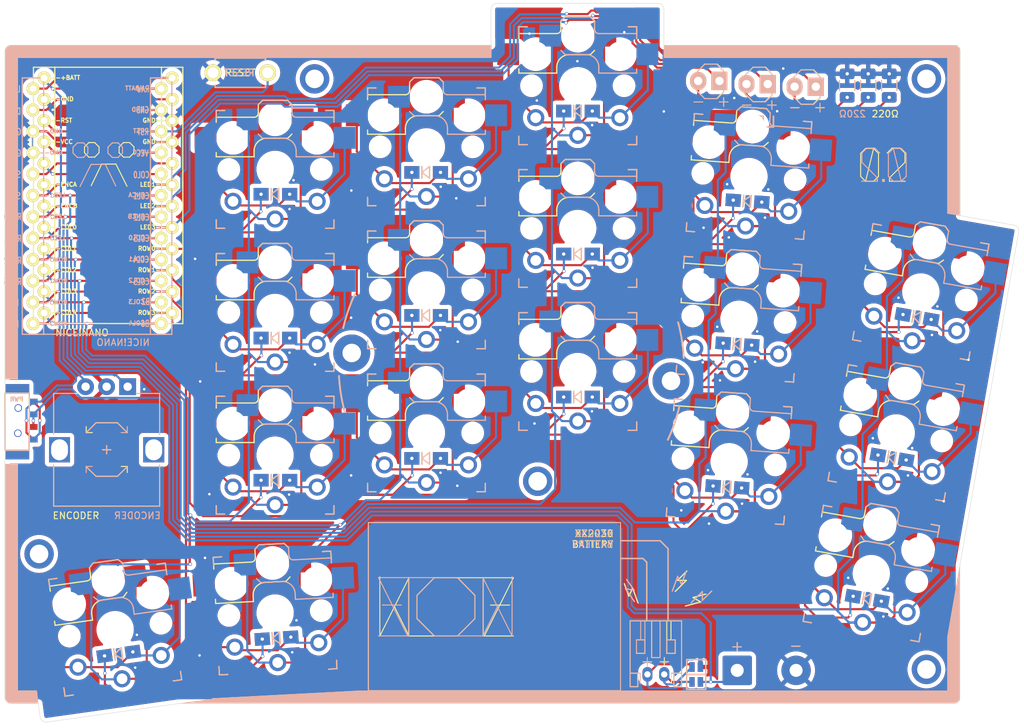
<source format=kicad_pcb>
(kicad_pcb (version 20211014) (generator pcbnew)
  (title_block (title "KLOTZ split keyboard") (date "2022-07-03") (rev "0.2") (comment 1 "Author: GEIST"))
  (layers (0 "F.Cu" signal) (31 "B.Cu" signal) (34 "B.Paste" user) (35 "F.Paste" user) (36 "B.SilkS" user "B.Silkscreen") (37 "F.SilkS" user "F.Silkscreen") (38 "B.Mask" user) (39 "F.Mask" user) (44 "Edge.Cuts" user))
  (net 0 "")
  (net 1 "row0")
  (net 2 "Net-(D1-Pad2)")
  (net 3 "Net-(D2-Pad2)")
  (net 4 "Net-(D3-Pad2)")
  (net 5 "Net-(D4-Pad2)")
  (net 6 "Net-(D5-Pad2)")
  (net 7 "row1")
  (net 8 "Net-(D6-Pad2)")
  (net 9 "Net-(D7-Pad2)")
  (net 10 "Net-(D8-Pad2)")
  (net 11 "Net-(D9-Pad2)")
  (net 12 "Net-(D10-Pad2)")
  (net 13 "row2")
  (net 14 "Net-(D11-Pad2)")
  (net 15 "Net-(D12-Pad2)")
  (net 16 "Net-(D13-Pad2)")
  (net 17 "Net-(D14-Pad2)")
  (net 18 "Net-(D15-Pad2)")
  (net 19 "row3")
  (net 20 "VCC")
  (net 21 "GND")
  (net 22 "RESET")
  (net 23 "col4")
  (net 24 "col3")
  (net 25 "col2")
  (net 26 "col1")
  (net 27 "col0")
  (net 28 "ENCA")
  (net 29 "ENCB")
  (net 30 "Net-(D16-Pad2)")
  (net 31 "LED2")
  (net 32 "unconnected-(U1-Pad1)")
  (net 33 "LED3")
  (net 34 "+BATT")
  (net 35 "Net-(D17-Pad2)")
  (net 36 "LED1")
  (net 37 "/PL1")
  (net 38 "/PL2")
  (net 39 "/PL3")
  (net 40 "unconnected-(PSW1-Pad1)")
  (net 41 "unconnected-(U1-Pad5)")
  (net 42 "unconnected-(U1-Pad20)")
  (net 43 "unconnected-(U1-Pad2)")
  (net 44 "/PAD1")
  (net 45 "/PAD2")
  (net 46 "Net-(BT2-Pad1)")
  (footprint "KLOTZ:LED_3mm_reversible" (layer "F.Cu") (at 180.251019 58.576792)
    (fp_text reference "L1" hide)
    (fp_text value "LED" hide)
  )
  (footprint "KLOTZ:Diode_SOD123" (layer "F.Cu") (at 152.97 61.38)
    (fp_text reference "D3" hide)
    (fp_text value "D_Small" hide)
  )
  (footprint "KLOTZ:Diode_SOD123" (layer "F.Cu") (at 134.92 102.67)
    (fp_text reference "D12" hide)
    (fp_text value "D_Small" hide)
  )
  (footprint "KLOTZ:Jumper" (layer "F.Cu") (at 167.025 129.25)
    (fp_text reference "JP2" hide)
    (fp_text value "Device_Jumper_NO_Small" hide)
  )
  (footprint "KLOTZ:Kailh_socket_PG1350_optional_reversible" (layer "F.Cu") (at 152.944862 58.365117)
    (fp_text reference "SW3" hide)
    (fp_text value "MX_SW_HS" hide)
  )
  (footprint "KLOTZ:Diode_SOD123" (layer "F.Cu") (at 193.285827 85.864798 -10)
    (fp_text reference "D5" hide)
    (fp_text value "D_Small" hide)
  )
  (footprint "KLOTZ:LED_3mm_reversible" (layer "F.Cu") (at 174.500504 58.188721)
    (fp_text reference "L2" hide)
    (fp_text value "LED")
  )
  (footprint "KLOTZ:ResetSW" (layer "F.Cu") (at 112.82 56.82 180)
    (fp_text reference "RSW1" hide)
    (fp_text value "SW_Push" hide)
  )
  (footprint "KLOTZ:Kailh_socket_PG1350_optional_reversible" (layer "F.Cu") (at 187.836064 116.364248 -10)
    (fp_text reference "SW15" hide)
    (fp_text value "MX_SW_HS" hide)
  )
  (footprint "KLOTZ:R_1206_DoubleSided" (layer "F.Cu") (at 189.975 58.35 90)
    (fp_text reference "R3" hide)
    (fp_text value "220" hide)
  )
  (footprint "KLOTZ:Kailh_socket_PG1350_optional_reversible" (layer "F.Cu") (at 134.952431 99.641867)
    (fp_text reference "SW12" hide)
    (fp_text value "MX_SW_HS" hide)
  )
  (footprint "KLOTZ:Diode_SOD123" (layer "F.Cu") (at 116.99 88.37)
    (fp_text reference "D6" hide)
    (fp_text value "D_Small" hide)
  )
  (footprint "KLOTZ:Diode_SOD123" (layer "F.Cu") (at 134.92 85.67)
    (fp_text reference "D7" hide)
    (fp_text value "D_Small" hide)
  )
  (footprint "KLOTZ:SplitkbTentingPuck_threeholes" (layer "F.Cu") (at 145.05 91.8 -5)
    (fp_text reference "REF**" hide)
    (fp_text value "Tenting Puck" hide)
  )
  (footprint "KLOTZ:JST_PH_reversible" (layer "F.Cu") (at 163.225 128.35 180)
    (fp_text reference "BT1")
    (fp_text value "Battery_Cell" hide)
  )
  (footprint "KLOTZ:Kailh_socket_PG1350_optional_reversible" (layer "F.Cu") (at 170.937294 103.063964 -4)
    (fp_text reference "SW14" hide)
    (fp_text value "MX_SW_HS" hide)
  )
  (footprint "MountingHole:MountingHole_2.2mm_M2_ISO7380_Pad" (layer "F.Cu") (at 194.398013 57.553692)
    (fp_text reference "MH2" hide)
    (fp_text value "MountingHole" hide)
  )
  (footprint "KLOTZ:Diode_SOD123" (layer "F.Cu") (at 187.36 119.36 -10)
    (fp_text reference "D15" hide)
    (fp_text value "D_Small" hide)
  )
  (footprint "KLOTZ:Kailh_socket_PG1350_optional_reversible" (layer "F.Cu") (at 152.944862 75.334448)
    (fp_text reference "SW8" hide)
    (fp_text value "MX_SW_HS" hide)
  )
  (footprint "MountingHole:MountingHole_2.2mm_M2_ISO7380_Pad" (layer "F.Cu") (at 148.18216 105.392393)
    (fp_text reference "MH3" hide)
    (fp_text value "MountingHole" hide)
  )
  (footprint "KLOTZ:Kailh_socket_PG1350_optional_reversible" (layer "F.Cu") (at 173.301009 69.160575 -4)
    (fp_text reference "SW4" hide)
    (fp_text value "MX_SW_HS" hide)
  )
  (footprint "KLOTZ:Kailh_socket_PG1350_optional_reversible" (layer "F.Cu") (at 172.101506 86.129911 -4)
    (fp_text reference "SW9" hide)
    (fp_text value "MX_SW_HS" hide)
  )
  (footprint "KLOTZ:Kailh_socket_PG1350_optional_reversible" (layer "F.Cu") (at 152.944862 92.33906)
    (fp_text reference "SW13" hide)
    (fp_text value "MX_SW_HS" hide)
  )
  (footprint "KLOTZ:Kailh_socket_PG1350_optional_reversible" (layer "F.Cu") (at 97.944469 123.032035 8)
    (fp_text reference "SW16" hide)
    (fp_text value "MX_SW_HS" hide)
  )
  (footprint "KLOTZ:Diode_SOD123" (layer "F.Cu") (at 152.97 78.38)
    (fp_text reference "D8" hide)
    (fp_text value "D_Small" hide)
  )
  (footprint "MountingHole:MountingHole_2.2mm_M2_ISO7380_Pad" (layer "F.Cu") (at 88.9 114.03)
    (fp_text reference "MH4" hide)
    (fp_text value "MountingHole" hide)
  )
  (footprint "KLOTZ:Diode_SOD123" (layer "F.Cu") (at 171.924141 89.091414 -4)
    (fp_text reference "D9" hide)
    (fp_text value "D_Small" hide)
  )
  (footprint "KLOTZ:Kailh_socket_PG1350_optional_reversible" (layer "F.Cu") (at 116.96 102.287813)
    (fp_text reference "SW11" hide)
    (fp_text value "MX_SW_HS" hide)
  )
  (footprint "KLOTZ:R_1206_DoubleSided" (layer "F.Cu") (at 187.475 58.35 90)
    (fp_text reference "R2" hide)
    (fp_text value "220" hide)
  )
  (footprint "KLOTZ:Jumper" (layer "F.Cu") (at 167.025 127.475)
    (fp_text reference "JP4" hide)
    (fp_text value "Device_Jumper_NO_Small" hide)
  )
  (footprint "KLOTZ:Diode_SOD123" (layer "F.Cu") (at 190.311654 102.569596 -10)
    (fp_text reference "D10" hide)
    (fp_text value "D_Small" hide)
  )
  (footprint "KLOTZ:Diode_SOD123" (layer "F.Cu") (at 152.97 95.38)
    (fp_text reference "D13" hide)
    (fp_text value "D_Small" hide)
  )
  (footprint "KLOTZ:Diode_SOD123" (layer "F.Cu") (at 98.366544 125.916594 8)
    (fp_text reference "D16" hide)
    (fp_text value "D_Small" hide)
  )
  (footprint "KLOTZ:Diode_SOD123" (layer "F.Cu") (at 117.134141 124.038586 4)
    (fp_text reference "D17" hide)
    (fp_text value "D_Small" hide)
  )
  (footprint "KLOTZ:Kailh_socket_PG1350_optional_reversible" (layer "F.Cu") (at 193.72771 82.88421 -10)
    (fp_text reference "SW5" hide)
    (fp_text value "MX_SW_HS" hide)
  )
  (footprint "MountingHole:MountingHole_2.2mm_M2_ISO7380_Pad" (layer "F.Cu") (at 121.652143 57.553692)
    (fp_text reference "MH1" hide)
    (fp_text value "MountingHole" hide)
  )
  (footprint "KLOTZ:Diode_SOD123" (layer "F.Cu") (at 134.92 68.67)
    (fp_text reference "D2" hide)
    (fp_text value "D_Small" hide)
  )
  (footprint "KLOTZ:Kailh_socket_PG1350_optional_reversible" (layer "F.Cu") (at 116.96 85.318484)
    (fp_text reference "SW6" hide)
    (fp_text value "MX_SW_HS" hide)
  )
  (footprint "KLOTZ:MSK12C02_reversible" (layer "F.Cu") (at 85.025 94.435)
    (fp_text reference "PSW1" hide)
    (fp_text value "SW_DPDT_x2" hide)
  )
  (footprint "KLOTZ:Kailh_socket_PG1350_optional_reversible" (layer "F.Cu") (at 134.952431 65.632647)
    (fp_text reference "SW2" hide)
    (fp_text value "MX_SW_HS" hide)
  )
  (footprint "KLOTZ:Diode_SOD123" (layer "F.Cu") (at 116.99 105.27)
    (fp_text reference "D11" hide)
    (fp_text value "D_Small" hide)
  )
  (footprint "KLOTZ:Diode_SOD123" (layer "F.Cu") (at 116.99 71.27)
    (fp_text reference "D1" hide)
    (fp_text value "D_Small" hide)
  )
  (footprint "KLOTZ:Diode_SOD123" (layer "F.Cu") (at 173.124141 72.091414 -4)
    (fp_text reference "D4" hide)
    (fp_text value "D_Small" hide)
  )
  (footprint "KLOTZ:Kailh_socket_PG1350_optional_reversible" (layer "F.Cu") (at 116.96 68.313872)
    (fp_text reference "SW1" hide)
    (fp_text value "MX_SW_HS" hide)
  )
  (footprint "KLOTZ:Kailh_socket_PG1350_optional_reversible" (layer "F.Cu") (at 116.96 121.056395 3)
    (fp_text reference "SW17" hide)
    (fp_text value "MX_SW_HS" hide)
  )
  (footprint "MountingHole:MountingHole_2.2mm_M2_ISO7380_Pad" (layer "F.Cu") (at 194.398013 127.759458)
    (fp_text reference "MH5" hide)
    (fp_text value "MountingHole" hide)
  )
  (footprint "KLOTZ:Kailh_socket_PG1350_optional_reversible" (layer "F.Cu") (at 134.952431 82.637259)
    (fp_text reference "SW7" hide)
    (fp_text value "MX_SW_HS" hide)
  )
  (footprint "KLOTZ:ProMicro_v2" (layer "F.Cu") (at 97.0625 71.918)
    (fp_text reference "U1" hide)
    (fp_text value "nice!nano" hide)
  )
  (footprint "KLOTZ:Diode_SOD123" (layer "F.Cu") (at 170.728282 106.072828 -4)
    (fp_text reference "D14" hide)
    (fp_text value "D_Small" hide)
  )
  (footprint "Rotary_Encoder:RotaryEncoder_Alps_EC12E_Vertical_H20mm" (layer "F.Cu") (at 99.43 94.15 -90)
    (fp_text reference "SW18" hide)
    (fp_text value "RotaryEncoder" hide)
  )
  (footprint "KLOTZ:LED_3mm_reversible" (layer "F.Cu") (at 168.785254 57.800649)
    (fp_text reference "L3" hide)
    (fp_text value "LED" hide)
  )
  (footprint "KLOTZ:R_1206_DoubleSided" (layer "F.Cu") (at 184.975 58.35 90)
    (fp_text reference "R1" hide)
    (fp_text value "220" hide)
  )
  (footprint "KLOTZ:Kailh_socket_PG1350_optional_reversible" (layer "F.Cu") (at 190.799523 99.641867 -10)
    (fp_text reference "SW10" hide)
    (fp_text value "MX_SW_HS" hide)
  )
  (footprint "KLOTZ:Jumper" (layer "B.Cu") (at 167.025 129.25)
    (fp_text reference "JP3" hide)
    (fp_text value "Device_Jumper_NO_Small" hide)
  )
  (footprint "KLOTZ:custombatteryconnector" (layer "B.Cu") (at 175.3 127.875)
    (fp_text reference "BT2" hide)
    (fp_text value "Battery_Cell" hide)
  )
  (footprint "KLOTZ:Jumper" (layer "B.Cu") (at 167.025 127.475)
    (fp_text reference "JP1" hide)
    (fp_text value "Device_Jumper_NO_Small" hide)
  )
  (gr_line (start 171.9 125.6) (end 171.9 124.57248) (layer "B.SilkS") (width 0.125))
  (gr_line (start 191.404526 69.725) (end 190.45504 65.8175) (layer "B.SilkS") (width 0.12))
  (gr_line (start 138.663433 123.776073) (end 140.727265 121.712243) (layer "B.SilkS") (width 0.119999))
  (gr_line (start 190.455039 69.724999) (end 189.87074 69.1407) (layer "B.SilkS") (width 0.12))
  (gr_line (start 94.180356 66.88956) (end 94.69938 66.370535) (layer "B.SilkS") (width 0.124999))
  (gr_line (start 92.934696 65.678502) (end 92.934696 65.678502) (layer "B.SilkS") (width 0.124999))
  (gr_line (start 135.9 116.85) (end 135.9 116.85) (layer "B.SilkS") (width 0.119999))
  (gr_line (start 129.708509 120.103157) (end 131.982223 120.103157) (layer "B.SilkS") (width 0.119999))
  (gr_line (start 167.755336 118.502502) (end 167.755338 119.552503) (layer "B.SilkS") (width 0.15))
  (gr_line (start 189.334531 69.527491) (end 189.204531 69.527491) (layer "B.SilkS") (width 0.15))
  (gr_line (start 167.755338 119.552503) (end 168.865337 118.442501) (layer "B.SilkS") (width 0.15))
  (gr_line (start 178.358999 125) (end 179.375 125) (layer "B.SilkS") (width 0.12))
  (gr_line (start 158.075 112.45) (end 162.725 112.45) (layer "B.SilkS") (width 0.15))
  (gr_line (start 141.706709 116.85) (end 141.706709 123.776073) (layer "B.SilkS") (width 0.119999))
  (gr_line (start 187.30785 65.779651) (end 188.257341 65.779642) (layer "B.SilkS") (width 0.12))
  (gr_line (start 189.87074 69.1407) (end 189.870741 66.401799) (layer "B.SilkS") (width 0.12))
  (gr_line (start 98.297955 66.88956) (end 98.81698 66.370535) (layer "B.SilkS") (width 0.124999))
  (gr_line (start 161.21348 127.357999) (end 161.21348 126.341999) (layer "B.SilkS") (width 0.12))
  (gr_line (start 188.5657 69.72) (end 188.5657 69.312149) (layer "B.SilkS") (width 0.12))
  (gr_line (start 98.81698 66.370535) (end 98.81698 65.678502) (layer "B.SilkS") (width 0.124999))
  (gr_poly (pts (xy 142.695732 55.065903) (xy 86.395767 55.065903) (xy 86.395767 93.280782) (xy 84.844612 93.280782) (xy 84.844612 54.184563) (xy 84.879863 54.149312) (xy 84.879863 54.043549) (xy 84.915119 54.008298) (xy 84.915119 53.973046) (xy 84.950378 53.937791) (xy 84.950378 53.902535) (xy 84.985622 53.867284) (xy 84.985622 53.832028) (xy 85.020885 53.79678) (xy 85.056129 53.79678) (xy 85.056129 53.761521) (xy 85.091392 53.726266) (xy 85.126644 53.726266) (xy 85.126644 53.691018) (xy 85.161895 53.691018) (xy 85.197151 53.655759) (xy 85.232402 53.620511) (xy 85.302909 53.620511) (xy 85.338165 53.585252) (xy 85.373413 53.585252) (xy 85.408668 53.55) (xy 142.695732 53.55)) (layer "B.SilkS") (width 0) (fill solid))
  (gr_line (start 159.68668 119.696832) (end 158.615952 118.167669) (layer "B.SilkS") (width 0.15))
  (gr_line (start 94.69938 66.370535) (end 94.69938 65.678502) (layer "B.SilkS") (width 0.124999))
  (gr_line (start 96.43 101.65) (end 97.43 101.65) (layer "B.SilkS") (width 0.12))
  (gr_line (start 159.65 118.35) (end 158.749611 117.064112) (layer "B.SilkS") (width 0.15))
  (gr_line (start 132.716806 123.776073) (end 129.253768 123.776073) (layer "B.SilkS") (width 0.119999))
  (gr_line (start 132.856727 116.85) (end 132.856727 116.85) (layer "B.SilkS") (width 0.119999))
  (gr_line (start 93.453721 66.88956) (end 94.180356 66.88956) (layer "B.SilkS") (width 0.124999))
  (gr_line (start 132.856727 116.85) (end 129.253768 116.85) (layer "B.SilkS") (width 0.119999))
  (gr_line (start 190.45504 65.8175) (end 191.404531 65.817491) (layer "B.SilkS") (width 0.12))
  (gr_line (start 189.354531 69.717491) (end 189.354531 69.527491) (layer "B.SilkS") (width 0.15))
  (gr_line (start 98.297955 65.159477) (end 97.605922 65.159477) (layer "B.SilkS") (width 0.124999))
  (gr_line (start 133.836171 118.94881) (end 133.836171 118.94881) (layer "B.SilkS") (width 0.119999))
  (gr_line (start 94.180356 65.159477) (end 93.453721 65.159477) (layer "B.SilkS") (width 0.124999))
  (gr_line (start 132.856727 123.776073) (end 132.856727 116.85) (layer "B.SilkS") (width 0.119999))
  (gr_line (start 96.93 101.15) (end 96.93 102.15) (layer "B.SilkS") (width 0.12))
  (gr_line (start 145.134765 123.776073) (end 141.671728 116.85) (layer "B.SilkS") (width 0.119999))
  (gr_line (start 93.453721 66.88956) (end 93.453721 66.88956) (layer "B.SilkS") (width 0.124999))
  (gr_line (start 133.836171 121.712243) (end 133.836171 121.712243) (layer "B.SilkS") (width 0.119999))
  (gr_line (start 94.180356 66.88956) (end 94.180356 66.88956) (layer "B.SilkS") (width 0.124999))
  (gr_poly (pts (xy 86.391155 130.265) (xy 88.647388 130.265) (xy 88.823657 131.816155) (xy 85.545078 131.816155) (xy 85.474567 131.780915) (xy 85.368801 131.780915) (xy 85.333553 131.74566) (xy 85.263042 131.74566) (xy 85.22779 131.710397) (xy 85.192539 131.710397) (xy 85.157283 131.675149) (xy 85.122032 131.675149) (xy 85.122032 131.639893) (xy 85.08678 131.604646) (xy 85.051517 131.604646) (xy 85.051517 131.569383) (xy 85.016273 131.534135) (xy 84.98101 131.498879) (xy 84.945766 131.463616) (xy 84.945766 131.428376) (xy 84.910507 131.393121) (xy 84.910507 131.32261) (xy 84.875251 131.287354) (xy 84.875251 131.181596) (xy 84.84 131.14634) (xy 84.84 103.331277) (xy 86.391155 103.331277)) (layer "B.SilkS") (width 0) (fill solid))
  (gr_line (start 94.69938 66.370535) (end 94.69938 66.370535) (layer "B.SilkS") (width 0.124999))
  (gr_line (start 165.265338 117.652503) (end 165.802232 116.177395) (layer "B.SilkS") (width 0.15))
  (gr_line (start 189.204531 69.527491) (end 189.204531 69.717491) (layer "B.SilkS") (width 0.15))
  (gr_line (start 92.934696 66.370535) (end 93.453721 66.88956) (layer "B.SilkS") (width 0.124999))
  (gr_line (start 161.15 115.025) (end 160.7 114.575) (layer "B.SilkS") (width 0.15))
  (gr_line (start 98.297955 65.159477) (end 98.297955 65.159477) (layer "B.SilkS") (width 0.124999))
  (gr_line (start 164.183117 118.455062) (end 164.821588 116.700881) (layer "B.SilkS") (width 0.15))
  (gr_line (start 189.204531 69.717491) (end 189.354531 69.717491) (layer "B.SilkS") (width 0.15))
  (gr_line (start 92.934696 65.678502) (end 92.934696 66.370535) (layer "B.SilkS") (width 0.124999))
  (gr_line (start 158.615952 118.167669) (end 159.65 118.35) (layer "B.SilkS") (width 0.15))
  (gr_line (start 135.9 123.776073) (end 138.663433 123.776073) (layer "B.SilkS") (width 0.119999))
  (gr_line (start 141.706709 123.776073) (end 138.628454 123.776073) (layer "B.SilkS") (width 0.119999))
  (gr_line (start 97.086897 65.678502) (end 97.086897 65.678502) (layer "B.SilkS") (width 0.124999))
  (gr_line (start 138.663433 123.776073) (end 138.663433 123.776073) (layer "B.SilkS") (width 0.119999))
  (gr_line (start 186.723551 67.47) (end 186.723551 66.36395) (layer "B.SilkS") (width 0.12))
  (gr_line (start 140.727265 118.94881) (end 138.663433 116.85) (layer "B.SilkS") (width 0.119999))
  (gr_line (start 163.740999 126.867001) (end 162.713479 126.867001) (layer "B.SilkS") (width 0.12))
  (gr_line (start 140.727265 118.94881) (end 140.727265 118.94881) (layer "B.SilkS") (width 0.119999))
  (gr_line (start 93.453721 65.159477) (end 93.453721 65.159477) (layer "B.SilkS") (width 0.124999))
  (gr_line (start 135.9 116.85) (end 133.836171 118.94881) (layer "B.SilkS") (width 0.119999))
  (gr_line (start 186.723551 66.36395) (end 187.30785 65.779651) (layer "B.SilkS") (width 0.12))
  (gr_line (start 145.134765 123.776073) (end 145.134765 123.776073) (layer "B.SilkS") (width 0.119999))
  (gr_line (start 133.836171 121.712243) (end 135.9 123.776073) (layer "B.SilkS") (width 0.119999))
  (gr_line (start 138.663433 116.85) (end 135.9 116.85) (layer "B.SilkS") (width 0.119999))
  (gr_poly (pts (xy 198.072785 53.583731) (xy 198.108033 53.61899) (xy 198.178528 53.689501) (xy 198.213761 53.724756) (xy 198.249024 53.760012) (xy 198.284257 53.795267) (xy 198.319504 53.830522) (xy 198.354737 53.865782) (xy 198.39 53.901033) (xy 198.39 73.819326) (xy 196.8741 73.572546) (xy 196.8741 55.064425) (xy 163.171677 55.064425) (xy 163.171677 53.548521) (xy 197.685105 53.548479) (xy 198.037553 53.548479)) (layer "B.SilkS") (width 0) (fill solid))
  (gr_line (start 191.40453 69.725) (end 191.404526 69.725) (layer "B.SilkS") (width 0.12))
  (gr_line (start 189.870741 66.401799) (end 190.45504 65.8175) (layer "B.SilkS") (width 0.12))
  (gr_line (start 129.253768 116.85) (end 129.253768 116.85) (layer "B.SilkS") (width 0.119999))
  (gr_line (start 89.43 87.91) (end 102.1425 87.92) (layer "B.SilkS") (width 0.15))
  (gr_line (start 140.727265 121.712243) (end 140.727265 118.94881) (layer "B.SilkS") (width 0.119999))
  (gr_line (start 188.5657 69.312149) (end 186.723551 67.47) (layer "B.SilkS") (width 0.12))
  (gr_line (start 97.086897 66.370535) (end 97.605922 66.88956) (layer "B.SilkS") (width 0.124999))
  (gr_poly (pts (xy 198.361316 131.050783) (xy 198.361316 131.4386) (xy 198.29082 131.509111) (xy 198.255588 131.544366) (xy 198.220325 131.579622) (xy 198.185092 131.614877) (xy 198.149844 131.650133) (xy 198.114612 131.685388) (xy 198.079349 131.720651) (xy 198.044116 131.755899) (xy 198.008868 131.791154) (xy 105.609348 131.791154) (xy 109.451984 131.262353) (xy 109.451984 131.191797) (xy 126.937762 130.275201) (xy 196.880832 130.275201) (xy 196.880832 123.859048) (xy 198.361484 115.362932)) (layer "B.SilkS") (width 0) (fill solid))
  (gr_line (start 98.81698 66.370535) (end 98.81698 66.370535) (layer "B.SilkS") (width 0.124999))
  (gr_line (start 132.856727 116.85) (end 135.934982 116.85) (layer "B.SilkS") (width 0.119999))
  (gr_line (start 186.6907 69.72) (end 188.5657 69.72) (layer "B.SilkS") (width 0.12))
  (gr_line (start 163.675 113.4) (end 163.675 121.975) (layer "B.SilkS") (width 0.15))
  (gr_line (start 92.934696 66.370535) (end 92.934696 66.370535) (layer "B.SilkS") (width 0.124999))
  (gr_line (start 97.086897 66.370535) (end 97.086897 66.370535) (layer "B.SilkS") (width 0.124999))
  (gr_line (start 191.40453 69.725) (end 190.455039 69.724999) (layer "B.SilkS") (width 0.12))
  (gr_line (start 97.605922 65.159477) (end 97.086897 65.678502) (layer "B.SilkS") (width 0.124999))
  (gr_line (start 191.98883 69.1407) (end 191.40453 69.725) (layer "B.SilkS") (width 0.12))
  (gr_line (start 94.69938 65.678502) (end 94.180356 65.159477) (layer "B.SilkS") (width 0.124999))
  (gr_line (start 160.70548 126.849999) (end 161.72148 126.85) (layer "B.SilkS") (width 0.12))
  (gr_line (start 97.086897 65.678502) (end 97.086897 66.370535) (layer "B.SilkS") (width 0.124999))
  (gr_line (start 191.98883 66.40179) (end 191.98883 69.1407) (layer "B.SilkS") (width 0.12))
  (gr_line (start 188.257341 65.779642) (end 188.84164 66.363941) (layer "B.SilkS") (width 0.12))
  (gr_line (start 97.605922 65.159477) (end 97.605922 65.159477) (layer "B.SilkS") (width 0.124999))
  (gr_line (start 129.253768 116.85) (end 132.716806 123.776073) (layer "B.SilkS") (width 0.119999))
  (gr_line (start 171.392 125.080481) (end 172.408 125.08048) (layer "B.SilkS") (width 0.125))
  (gr_line (start 133.836171 118.94881) (end 133.836171 121.712243) (layer "B.SilkS") (width 0.119999))
  (gr_line (start 138.663433 116.85) (end 138.663433 116.85) (layer "B.SilkS") (width 0.119999))
  (gr_line (start 97.605922 66.88956) (end 98.297955 66.88956) (layer "B.SilkS") (width 0.124999))
  (gr_line (start 95.08 67.72) (end 95.08 67.72) (layer "B.SilkS") (width 0.124999))
  (gr_line (start 94.180356 65.159477) (end 94.180356 65.159477) (layer "B.SilkS") (width 0.124999))
  (gr_line (start 97.605922 66.88956) (end 97.605922 66.88956) (layer "B.SilkS") (width 0.124999))
  (gr_line (start 145.134765 116.74506) (end 145.134765 123.776073) (layer "B.SilkS") (width 0.119999))
  (gr_line (start 96.775481 67.72) (end 96.775481 67.72) (layer "B.SilkS") (width 0.124999))
  (gr_line (start 164.821588 116.700881) (end 165.265338 117.652503) (layer "B.SilkS") (width 0.15))
  (gr_line (start 191.404531 65.817491) (end 191.98883 66.40179) (layer "B.SilkS") (width 0.12))
  (gr_line (start 166.435338 119.822501) (end 167.755336 118.502502) (layer "B.SilkS") (width 0.15))
  (gr_line (start 98.81698 65.678502) (end 98.297955 65.159477) (layer "B.SilkS") (width 0.124999))
  (gr_line (start 96.775481 67.72) (end 98.021141 70.280524) (layer "B.SilkS") (width 0.124999))
  (gr_line (start 98.297955 66.88956) (end 98.297955 66.88956) (layer "B.SilkS") (width 0.124999))
  (gr_rect (start 128.05 130.3) (end 158.025 110.3) (layer "B.SilkS") (width 0.12) (fill none))
  (gr_line (start 160.7 114.575) (end 158.05 114.575) (layer "B.SilkS") (width 0.15))
  (gr_line (start 141.671727 123.776075) (end 143.385756 120.313038) (layer "B.SilkS") (width 0.119999))
  (gr_line (start 95.08 67.72) (end 96.775481 67.72) (layer "B.SilkS") (width 0.124999))
  (gr_line (start 141.706709 123.776073) (end 141.706709 123.776073) (layer "B.SilkS") (width 0.119999))
  (gr_line (start 93.765135 70.349728) (end 95.08 67.72) (layer "B.SilkS") (width 0.124999))
  (gr_line (start 135.9 123.776073) (end 135.9 123.776073) (layer "B.SilkS") (width 0.119999))
  (gr_line (start 93.453721 65.159477) (end 92.934696 65.678502) (layer "B.SilkS") (width 0.124999))
  (gr_line (start 132.716806 123.776073) (end 132.716806 123.776073) (layer "B.SilkS") (width 0.119999))
  (gr_line (start 161.15 121.95) (end 161.15 115.025) (layer "B.SilkS") (width 0.15))
  (gr_line (start 162.725 112.45) (end 163.675 113.4) (layer "B.SilkS") (width 0.15))
  (gr_line (start 167.554664 119.7375) (end 165.75151 120.220655) (layer "F.SilkS") (width 0.15))
  (gr_line (start 99.662117 66.854958) (end 100.181142 66.335933) (layer "F.SilkS") (width 0.124999))
  (gr_line (start 186.57687 69.1457) (end 186.57687 66.40679) (layer "F.SilkS") (width 0.12))
  (gr_poly (pts (xy 86.386125 130.258845) (xy 88.642358 130.258845) (xy 88.818627 131.81) (xy 85.540048 131.81) (xy 85.469537 131.77476) (xy 85.363771 131.77476) (xy 85.328523 131.739505) (xy 85.258012 131.739505) (xy 85.22276 131.704242) (xy 85.187509 131.704242) (xy 85.152253 131.668994) (xy 85.117002 131.668994) (xy 85.117002 131.633738) (xy 85.08175 131.598491) (xy 85.046487 131.598491) (xy 85.046487 131.563228) (xy 85.011243 131.52798) (xy 84.97598 131.492724) (xy 84.940736 131.457461) (xy 84.940736 131.422221) (xy 84.905477 131.386966) (xy 84.905477 131.316455) (xy 84.870221 131.281199) (xy 84.870221 131.175441) (xy 84.83497 131.140185) (xy 84.83497 103.325122) (xy 86.386125 103.325122)) (layer "F.SilkS") (width 0) (fill solid))
  (gr_line (start 132.840218 123.786845) (end 132.840218 116.860772) (layer "F.SilkS") (width 0.119999))
  (gr_line (start 140.710756 118.959582) (end 138.646927 116.860772) (layer "F.SilkS") (width 0.119999))
  (gr_line (start 98.935482 66.854958) (end 98.935482 66.854958) (layer "F.SilkS") (width 0.124999))
  (gr_line (start 141.6902 116.860772) (end 141.6902 116.860772) (layer "F.SilkS") (width 0.119999))
  (gr_line (start 135.918473 123.786845) (end 132.840218 123.786845) (layer "F.SilkS") (width 0.119999))
  (gr_line (start 145.293159 116.860772) (end 141.6902 116.860772) (layer "F.SilkS") (width 0.119999))
  (gr_line (start 163.675 113.4) (end 163.675 121.95) (layer "F.SilkS") (width 0.15))
  (gr_line (start 158.480885 117.572333) (end 159.017779 119.047441) (layer "F.SilkS") (width 0.15))
  (gr_line (start 99.662117 65.124875) (end 99.662117 65.124875) (layer "F.SilkS") (width 0.124999))
  (gr_line (start 96.340357 67.685398) (end 98.035838 67.685398) (layer "F.SilkS") (width 0.124999))
  (gr_line (start 138.646927 116.860772) (end 138.646927 116.860772) (layer "F.SilkS") (width 0.119999))
  (gr_line (start 100.181142 66.335933) (end 100.181142 65.6439) (layer "F.SilkS") (width 0.124999))
  (gr_line (start 132.840218 123.786845) (end 132.840218 123.786845) (layer "F.SilkS") (width 0.119999))
  (gr_line (start 140.710756 118.959582) (end 140.710756 118.959582) (layer "F.SilkS") (width 0.119999))
  (gr_line (start 95.094697 70.245922) (end 96.340357 67.685398) (layer "F.SilkS") (width 0.124999))
  (gr_line (start 90.7689 56.17) (end 103.4489 56.17) (layer "F.SilkS") (width 0.15))
  (gr_line (start 90.7689 86.625) (end 103.4489 86.65) (layer "F.SilkS") (width 0.15))
  (gr_line (start 178.367 125) (end 179.383001 125) (layer "F.SilkS") (width 0.12))
  (gr_line (start 98.935482 65.124875) (end 98.935482 65.124875) (layer "F.SilkS") (width 0.124999))
  (gr_line (start 133.819662 121.723015) (end 135.883494 123.786845) (layer "F.SilkS") (width 0.119999))
  (gr_line (start 98.416458 66.335933) (end 98.416458 66.335933) (layer "F.SilkS") (width 0.124999))
  (gr_line (start 189.72406 66.368941) (end 190.308359 65.784642) (layer "F.SilkS") (width 0.12))
  (gr_line (start 159.461529 118.095819) (end 160.1 119.85) (layer "F.SilkS") (width 0.15))
  (gr_line (start 191.842149 67.475) (end 190 69.317149) (layer "F.SilkS") (width 0.12))
  (gr_line (start 98.416458 65.6439) (end 98.416458 66.335933) (layer "F.SilkS") (width 0.124999))
  (gr_line (start 165.85 117.175) (end 164.53 118.495) (layer "F.SilkS") (width 0.15))
  (gr_line (start 191.25785 65.784651) (end 191.842149 66.36895) (layer "F.SilkS") (width 0.12))
  (gr_line (start 100.181142 65.6439) (end 99.662117 65.124875) (layer "F.SilkS") (width 0.124999))
  (gr_line (start 138.646927 116.860772) (end 135.883494 116.860772) (layer "F.SilkS") (width 0.119999))
  (gr_line (start 94.298858 65.6439) (end 94.298858 66.335933) (layer "F.SilkS") (width 0.124999))
  (gr_line (start 189.361169 69.532491) (end 189.231169 69.532491) (layer "F.SilkS") (width 0.15))
  (gr_line (start 138.646927 123.786845) (end 140.710756 121.723015) (layer "F.SilkS") (width 0.119999))
  (gr_line (start 95.509916 65.124875) (end 95.509916 65.124875) (layer "F.SilkS") (width 0.124999))
  (gr_line (start 96.340357 67.685398) (end 96.340357 67.685398) (layer "F.SilkS") (width 0.124999))
  (gr_line (start 94.817883 66.854958) (end 95.509916 66.854958) (layer "F.SilkS") (width 0.124999))
  (gr_line (start 133.819662 118.959582) (end 133.819662 121.723015) (layer "F.SilkS") (width 0.119999))
  (gr_line (start 188.11066 65.8225) (end 188.694959 66.406799) (layer "F.SilkS") (width 0.12))
  (gr_line (start 129.412162 123.786845) (end 129.412162 116.755832) (layer "F.SilkS") (width 0.119999))
  (gr_line (start 98.416458 66.335933) (end 98.935482 66.854958) (layer "F.SilkS") (width 0.124999))
  (gr_line (start 135.883494 116.860772) (end 135.883494 116.860772) (layer "F.SilkS") (width 0.119999))
  (gr_line (start 189.211169 69.722491) (end 189.361169 69.722491) (layer "F.SilkS") (width 0.15))
  (gr_line (start 171.9 124.57248) (end 171.900001 125.6) (layer "F.SilkS") (width 0.12))
  (gr_line (start 141.830121 123.786845) (end 141.830121 123.786845) (layer "F.SilkS") (width 0.119999))
  (gr_line (start 188.11066 65.8225) (end 187.161174 69.73) (layer "F.SilkS") (width 0.12))
  (gr_poly (pts (xy 198.082785 53.583799) (xy 198.118033 53.619058) (xy 198.188528 53.689569) (xy 198.223761 53.724824) (xy 198.259024 53.76008) (xy 198.294257 53.795335) (xy 198.329504 53.83059) (xy 198.364737 53.86585) (xy 198.4 53.901101) (xy 198.4 73.819394) (xy 196.8841 73.572614) (xy 196.8841 55.064493) (xy 163.181677 55.064493) (xy 163.181677 53.548589) (xy 197.695105 53.548547) (xy 198.047553 53.548547)) (layer "F.SilkS") (width 0) (fill solid))
  (gr_line (start 140.710756 121.723015) (end 140.710756 118.959582) (layer "F.SilkS") (width 0.119999))
  (gr_poly (pts (xy 198.361472 131.059629) (xy 198.361472 131.447446) (xy 198.290976 131.517957) (xy 198.255744 131.553212) (xy 198.220481 131.588468) (xy 198.185248 131.623723) (xy 198.15 131.658979) (xy 198.114768 131.694234) (xy 198.079505 131.729497) (xy 198.044272 131.764745) (xy 198.009024 131.8) (xy 105.609504 131.8) (xy 109.45214 131.271199) (xy 109.45214 131.200643) (xy 126.937918 130.284047) (xy 196.880988 130.284047) (xy 196.880988 123.867894) (xy 198.36164 115.371778)) (layer "F.SilkS") (width 0) (fill solid))
  (gr_line (start 99.662117 65.124875) (end 98.935482 65.124875) (layer "F.SilkS") (width 0.124999))
  (gr_line (start 138.646927 123.786845) (end 138.646927 123.786845) (layer "F.SilkS") (width 0.119999))
  (gr_line (start 160.7 114.575) (end 158.05 114.575) (layer "F.SilkS") (width 0.15))
  (gr_line (start 95.509916 66.854958) (end 96.028941 66.335933) (layer "F.SilkS") (width 0.124999))
  (gr_line (start 94.817883 65.124875) (end 94.298858 65.6439) (layer "F.SilkS") (width 0.124999))
  (gr_line (start 191.842149 66.36895) (end 191.842149 67.475) (layer "F.SilkS") (width 0.12))
  (gr_line (start 129.412162 123.786845) (end 129.412162 123.786845) (layer "F.SilkS") (width 0.119999))
  (gr_line (start 189.361169 69.722491) (end 189.361169 69.532491) (layer "F.SilkS") (width 0.15))
  (gr_line (start 96.028941 65.6439) (end 95.509916 65.124875) (layer "F.SilkS") (width 0.124999))
  (gr_line (start 171.367 125.086241) (end 172.383 125.08624) (layer "F.SilkS") (width 0.12))
  (gr_line (start 96.028941 65.6439) (end 96.028941 65.6439) (layer "F.SilkS") (width 0.124999))
  (gr_line (start 190 69.725) (end 191.875 69.725) (layer "F.SilkS") (width 0.12))
  (gr_line (start 135.883494 123.786845) (end 138.646927 123.786845) (layer "F.SilkS") (width 0.119999))
  (gr_line (start 161.733001 126.867001) (end 160.705481 126.867001) (layer "F.SilkS") (width 0.12))
  (gr_line (start 163.233 126.341999) (end 163.233 127.357999) (layer "F.SilkS") (width 0.12))
  (gr_line (start 94.298858 66.335933) (end 94.298858 66.335933) (layer "F.SilkS") (width 0.124999))
  (gr_line (start 138.611945 116.860772) (end 141.6902 116.860772) (layer "F.SilkS") (width 0.119999))
  (gr_line (start 98.935482 66.854958) (end 99.662117 66.854958) (layer "F.SilkS") (width 0.124999))
  (gr_line (start 100.181142 66.335933) (end 100.181142 66.335933) (layer "F.SilkS") (width 0.124999))
  (gr_line (start 164.8 117.175) (end 165.85 117.175) (layer "F.SilkS") (width 0.15))
  (gr_line (start 133.819662 118.959582) (end 133.819662 118.959582) (layer "F.SilkS") (width 0.119999))
  (gr_line (start 141.830121 123.786845) (end 145.293159 116.860772) (layer "F.SilkS") (width 0.119999))
  (gr_line (start 161.15 121.975) (end 161.15 115.025) (layer "F.SilkS") (width 0.15))
  (gr_line (start 145.293159 116.860772) (end 145.293159 116.860772) (layer "F.SilkS") (width 0.119999))
  (gr_line (start 187.16117 69.73) (end 186.57687 69.1457) (layer "F.SilkS") (width 0.12))
  (gr_line (start 96.028941 66.335933) (end 96.028941 66.335933) (layer "F.SilkS") (width 0.124999))
  (gr_line (start 190.308359 65.784642) (end 191.25785 65.784651) (layer "F.SilkS") (width 0.12))
  (gr_line (start 94.817883 65.124875) (end 94.817883 65.124875) (layer "F.SilkS") (width 0.124999))
  (gr_line (start 187.161174 69.73) (end 187.16117 69.73) (layer "F.SilkS") (width 0.12))
  (gr_line (start 189.211169 69.532491) (end 189.211169 69.722491) (layer "F.SilkS") (width 0.15))
  (gr_line (start 99.662117 66.854958) (end 99.662117 66.854958) (layer "F.SilkS") (width 0.124999))
  (gr_line (start 132.875199 116.860772) (end 129.412162 123.786845) (layer "F.SilkS") (width 0.119999))
  (gr_line (start 95.509916 66.854958) (end 95.509916 66.854958) (layer "F.SilkS") (width 0.124999))
  (gr_line (start 142.564704 120.113929) (end 144.838418 120.113929) (layer "F.SilkS") (width 0.119999))
  (gr_line (start 96.028941 66.335933) (end 96.028941 65.6439) (layer "F.SilkS") (width 0.124999))
  (gr_poly (pts (xy 142.69112 55.05445) (xy 86.391155 55.05445) (xy 86.391155 93.269329) (xy 84.84 93.269329) (xy 84.84 54.17311) (xy 84.875251 54.137859) (xy 84.875251 54.032096) (xy 84.910507 53.996845) (xy 84.910507 53.961593) (xy 84.945766 53.926338) (xy 84.945766 53.891082) (xy 84.98101 53.855831) (xy 84.98101 53.820575) (xy 85.016273 53.785327) (xy 85.051517 53.785327) (xy 85.051517 53.750068) (xy 85.08678 53.714813) (xy 85.122032 53.714813) (xy 85.122032 53.679565) (xy 85.157283 53.679565) (xy 85.192539 53.644306) (xy 85.22779 53.609058) (xy 85.298297 53.609058) (xy 85.333553 53.573799) (xy 85.368801 53.573799) (xy 85.404056 53.538547) (xy 142.69112 53.538547)) (layer "F.SilkS") (width 0) (fill solid))
  (gr_line (start 187.161169 65.822491) (end 188.11066 65.8225) (layer "F.SilkS") (width 0.12))
  (gr_line (start 135.883494 116.860772) (end 133.819662 118.959582) (layer "F.SilkS") (width 0.119999))
  (gr_line (start 100.181142 65.6439) (end 100.181142 65.6439) (layer "F.SilkS") (width 0.124999))
  (gr_line (start 188.69496 69.1457) (end 188.110661 69.729999) (layer "F.SilkS") (width 0.12))
  (gr_line (start 98.035838 67.685398) (end 98.035838 67.685398) (layer "F.SilkS") (width 0.124999))
  (gr_line (start 186.57687 66.40679) (end 187.161169 65.822491) (layer "F.SilkS") (width 0.12))
  (gr_line (start 162.725 126.85) (end 163.741 126.849999) (layer "F.SilkS") (width 0.12))
  (gr_line (start 94.298858 66.335933) (end 94.817883 66.854958) (layer "F.SilkS") (width 0.124999))
  (gr_line (start 162.725 112.45) (end 163.675 113.4) (layer "F.SilkS") (width 0.15))
  (gr_line (start 165.91 116.065) (end 164.8 117.175) (layer "F.SilkS") (width 0.15))
  (gr_line (start 145.293159 123.786845) (end 141.830121 123.786845) (layer "F.SilkS") (width 0.119999))
  (gr_line (start 95.509916 65.124875) (end 94.817883 65.124875) (layer "F.SilkS") (width 0.124999))
  (gr_line (start 190 69.317149) (end 190 69.725) (layer "F.SilkS") (width 0.12))
  (gr_rect (start 128.05 110.3) (end 158.025 130.3) (layer "F.SilkS") (width 0.12) (fill none))
  (gr_line (start 131.161171 120.32381) (end 132.8752 123.786847) (layer "F.SilkS") (width 0.119999))
  (gr_line (start 188.110661 69.729999) (end 187.16117 69.73) (layer "F.SilkS") (width 0.12))
  (gr_line (start 188.694959 66.406799) (end 188.69496 69.1457) (layer "F.SilkS") (width 0.12))
  (gr_line (start 159.017779 119.047441) (end 159.461529 118.095819) (layer "F.SilkS") (width 0.15))
  (gr_line (start 135.883494 123.786845) (end 135.883494 123.786845) (layer "F.SilkS") (width 0.119999))
  (gr_line (start 166.645337 119.212501) (end 167.554664 119.7375) (layer "F.SilkS") (width 0.15))
  (gr_line (start 161.15 115.025) (end 160.7 114.575) (layer "F.SilkS") (width 0.15))
  (gr_line (start 158.1 112.45) (end 162.725 112.45) (layer "F.SilkS") (width 0.15))
  (gr_line (start 98.035838 67.685398) (end 99.350703 70.315126) (layer "F.SilkS") (width 0.124999))
  (gr_line (start 141.6902 116.860772) (end 141.6902 123.786845) (layer "F.SilkS") (width 0.119999))
  (gr_line (start 140.710756 121.723015) (end 140.710756 121.723015) (layer "F.SilkS") (width 0.119999))
  (gr_line (start 94.817883 66.854958) (end 94.817883 66.854958) (layer "F.SilkS") (width 0.124999))
  (gr_line (start 98.935482 65.124875) (end 98.416458 65.6439) (layer "F.SilkS") (width 0.124999))
  (gr_line (start 168.161625 118.806212) (end 166.645337 119.212501) (layer "F.SilkS") (width 0.15))
  (gr_line (start 198.401458 73.810834) (end 198.401458 54.258125) (layer "Edge.Cuts") (width 0.05))
  (gr_line (start 204.830833 74.948542) (end 204.830833 74.948542) (layer "Edge.Cuts") (width 0.05))
  (gr_line (start 204.830833 74.948542) (end 204.830833 74.948542) (layer "Edge.Cuts") (width 0.05))
  (gr_line (start 85.556667 131.8075) (end 88.811042 131.8075) (layer "Edge.Cuts") (width 0.05))
  (gr_line (start 105.559167 131.8075) (end 197.660625 131.8075) (layer "Edge.Cuts") (width 0.05))
  (gr_curve (pts (xy 85.556667 53.54375) (xy 85.159792 53.54375) (xy 84.842292 53.86125) (xy 84.842292 54.258125)) (layer "Edge.Cuts") (width 0.05))
  (gr_line (start 89.79 134.03) (end 105.559167 131.8075) (layer "Edge.Cuts") (width 0.05))
  (gr_curve (pts (xy 84.842292 131.093125) (xy 84.842292 131.49) (xy 85.159792 131.8075) (xy 85.556667 131.8075)) (layer "Edge.Cuts") (width 0.05))
  (gr_curve (pts (xy 205.36 75.76875) (xy 205.465833 75.371875) (xy 205.227708 75.001459) (xy 204.830833 74.948542)) (layer "Edge.Cuts") (width 0.05))
  (gr_line (start 142.627292 53.54375) (end 85.556667 53.54375) (layer "Edge.Cuts") (width 0.05))
  (gr_line (start 198.375 115.350417) (end 199.142292 111.01125) (layer "Edge.Cuts") (width 0.05))
  (gr_line (start 198.375 131.093125) (end 198.375 115.350417) (layer "Edge.Cuts") (width 0.05))
  (gr_line (start 84.842292 54.258125) (end 84.842292 131.093125) (layer "Edge.Cuts") (width 0.05))
  (gr_curve (pts (xy 143.341667 48.569584) (xy 142.944792 48.569584) (xy 142.627292 48.887084) (xy 142.627292 49.283959)) (layer "Edge.Cuts") (width 0.05))
  (gr_curve (pts (xy 89.022708 133.421459) (xy 89.102083 133.818334) (xy 89.446042 134.056459) (xy 89.79 134.03)) (layer "Edge.Cuts") (width 0.05))
  (gr_curve (pts (xy 197.660625 131.8075) (xy 198.0575 131.8075) (xy 198.375 131.49) (xy 198.375 131.093125)) (layer "Edge.Cuts") (width 0.05))
  (gr_line (start 142.627292 49.283959) (end 142.627292 53.54375) (layer "Edge.Cuts") (width 0.05))
  (gr_line (start 88.811042 131.8075) (end 89.022708 133.421459) (layer "Edge.Cuts") (width 0.05))
  (gr_line (start 199.142292 111.01125) (end 205.36 75.76875) (layer "Edge.Cuts") (width 0.05))
  (gr_line (start 163.185417 53.54375) (end 163.185417 49.283959) (layer "Edge.Cuts") (width 0.05))
  (gr_line (start 162.471042 48.569584) (end 143.341667 48.569584) (layer "Edge.Cuts") (width 0.05))
  (gr_curve (pts (xy 163.185417 49.283959) (xy 163.185417 48.887084) (xy 162.867917 48.569584) (xy 162.471042 48.569584)) (layer "Edge.Cuts") (width 0.05))
  (gr_line (start 204.830833 74.948542) (end 198.401458 73.810834) (layer "Edge.Cuts") (width 0.05))
  (gr_line (start 197.687083 53.54375) (end 163.185417 53.54375) (layer "Edge.Cuts") (width 0.05))
  (gr_curve (pts (xy 198.401458 54.258125) (xy 198.401458 53.86125) (xy 198.083958 53.54375) (xy 197.687083 53.54375)) (layer "Edge.Cuts") (width 0.05))
  (gr_text "PWR" (at 86.24 95.65) (layer "B.SilkS") (effects (font (size 0.5 0.5) (thickness 0.125)) (justify mirror)))
  (gr_text "LED2--" (at 88.86 73.93728) (layer "B.SilkS") (effects (font (size 0.5 0.5) (thickness 0.125)) (justify right mirror)))
  (gr_text "220Ω" (at 183.91 61.72) (layer "B.SilkS") (effects (font (size 0.8 0.8) (thickness 0.125)) (justify right mirror)))
  (gr_text "--COL4" (at 102.76 86.59728) (layer "B.SilkS") (effects (font (size 0.5 0.5) (thickness 0.125)) (justify left mirror)))
  (gr_text "--COL1" (at 102.76 78.98) (layer "B.SilkS") (effects (font (size 0.5 0.5) (thickness 0.125)) (justify left mirror)))
  (gr_text "ROW1--" (at 88.86 81.55728) (layer "B.SilkS") (effects (font (size 0.5 0.5) (thickness 0.125)) (justify right mirror)))
  (gr_text "--GND" (at 102.76 61.20637) (layer "B.SilkS") (effects (font (size 0.5 0.5) (thickness 0.125)) (justify left mirror)))
  (gr_text "--VCC" (at 102.76 66.28455) (layer "B.SilkS") (effects (font (size 0.5 0.5) (thickness 0.125)) (justify left mirror)))
  (gr_text "LED3--" (at 88.86 76.47728) (layer "B.SilkS") (effects (font (size 0.5 0.5) (thickness 0.125)) (justify right mirror)))
  (gr_text "--ENCB" (at 102.76 73.90182) (layer "B.SilkS") (effects (font (size 0.5 0.5) (thickness 0.125)) (justify left mirror)))
  (gr_text "ROW0--" (at 88.86 79.01728) (layer "B.SilkS") (effects (font (size 0.5 0.5) (thickness 0.125)) (justify right mirror)))
  (gr_text "LED1--" (at 88.86 71.39728) (layer "B.SilkS") (effects (font (size 0.5 0.5) (thickness 0.125)) (justify right mirror)))
  (gr_text "--COL0" (at 102.76 76.44091) (layer "B.SilkS") (effects (font (size 0.5 0.5) (thickness 0.125)) (justify left mirror)))
  (gr_text "--RST" (at 102.76 63.74546) (layer "B.SilkS") (effects (font (size 0.5 0.5) (thickness 0.125)) (justify left mirror)))
  (gr_text "ENCODER" (at 103.43 109.475) (layer "B.SilkS") (effects (font (size 0.8 0.8) (thickness 0.125)) (justify left mirror)))
  (gr_text "XX2030\nBATTERY\n" (at 157.27 112.25) (layer "B.SilkS") (effects (font (size 0.8 0.8) (thickness 0.125)) (justify left mirror)))
  (gr_text "ROW3--" (at 88.86 86.63728) (layer "B.SilkS") (effects (font (size 0.5 0.5) (thickness 0.125)) (justify right mirror)))
  (gr_text "--COL3" (at 102.76 84.05818) (layer "B.SilkS") (effects (font (size 0.5 0.5) (thickness 0.125)) (justify left mirror)))
  (gr_text "--COL2" (at 102.76 81.51909) (layer "B.SilkS") (effects (font (size 0.5 0.5) (thickness 0.125)) (justify left mirror)))
  (gr_text "--ENCA" (at 102.76 71.36273) (layer "B.SilkS") (effects (font (size 0.5 0.5) (thickness 0.125)) (justify left mirror)))
  (gr_text "GND--" (at 88.86 66.31728) (layer "B.SilkS") (effects (font (size 0.5 0.5) (thickness 0.125)) (justify right mirror)))
  (gr_text "--+BATT" (at 102.76 58.66728) (layer "B.SilkS") (effects (font (size 0.5 0.5) (thickness 0.125)) (justify left mirror)))
  (gr_text "GND--" (at 88.86 63.77728) (layer "B.SilkS") (effects (font (size 0.5 0.5) (thickness 0.125)) (justify right mirror)))
  (gr_text "ROW2--" (at 88.86 84.09728) (layer "B.SilkS") (effects (font (size 0.5 0.5) (thickness 0.125)) (justify right mirror)))
  (gr_text "NICE!NANO" (at 102.14 88.89) (layer "B.SilkS") (effects (font (size 0.8 0.8) (thickness 0.125)) (justify left mirror)))
  (gr_text "ENCODER" (at 90.45 109.475) (layer "F.SilkS") (effects (font (size 0.8 0.8) (thickness 0.125)) (justify left)))
  (gr_text "--ENCB" (at 90.15 72.64454) (layer "F.SilkS") (effects (font (size 0.5 0.5) (thickness 0.125)) (justify left)))
  (gr_text "LED1--" (at 104.06 70.11) (layer "F.SilkS") (effects (font (size 0.5 0.5) (thickness 0.125)) (justify right)))
  (gr_text "220Ω" (at 191.18 61.72) (layer "F.SilkS") (effects (font (size 0.8 0.8) (thickness 0.125)) (justify right)))
  (gr_text "ROW2--" (at 104.06 82.81) (layer "F.SilkS") (effects (font (size 0.5 0.5) (thickness 0.125)) (justify right)))
  (gr_text "XX2030\nBATTERY\n" (at 157.25 112.25) (layer "F.SilkS") (effects (font (size 0.8 0.8) (thickness 0.125)) (justify right)))
  (gr_text "ROW3--" (at 104.06 85.35) (layer "F.SilkS") (effects (font (size 0.5 0.5) (thickness 0.125)) (justify right)))
  (gr_text "--COL0" (at 90.15 75.18363) (layer "F.SilkS") (effects (font (size 0.5 0.5) (thickness 0.125)) (justify left)))
  (gr_text "--VCC" (at 90.15 65.02727) (layer "F.SilkS") (effects (font (size 0.5 0.5) (thickness 0.125)) (justify left)))
  (gr_text "--GND" (at 90.15 59.94909) (layer "F.SilkS") (effects (font (size 0.5 0.5) (thickness 0.125)) (justify left)))
  (gr_text "ROW0--" (at 104.06 77.73) (layer "F.SilkS") (effects (font (size 0.5 0.5) (thickness 0.125)) (justify right)))
  (gr_text "LED2--" (at 104.06 72.65) (layer "F.SilkS") (effects (font (size 0.5 0.5) (thickness 0.125)) (justify right)))
  (gr_text "NICE!NANO" (at 90.75 87.725) (layer "F.SilkS") (effects (font (size 0.8 0.8) (thickness 0.125)) (justify left)))
  (gr_text "--COL3" (at 90.15 82.8009) (layer "F.SilkS") (effects (font (size 0.5 0.5) (thickness 0.125)) (justify left)))
  (gr_text "GND--" (at 104.06 65.03) (layer "F.SilkS") (effects (font (size 0.5 0.5) (thickness 0.125)) (justify right)))
  (gr_text "--+BATT" (at 90.15 57.41) (layer "F.SilkS") (effects (font (size 0.5 0.5) (thickness 0.125)) (justify left)))
  (gr_text "LED3--" (at 104.06 75.19) (layer "F.SilkS") (effects (font (size 0.5 0.5) (thickness 0.125)) (justify right)))
  (gr_text "--COL4" (at 90.15 85.34) (layer "F.SilkS") (effects (font (size 0.5 0.5) (thickness 0.125)) (justify left)))
  (gr_text "--ENCA" (at 90.15 70.10545) (layer "F.SilkS") (effects (font (size 0.5 0.5) (thickness 0.125)) (justify left)))
  (gr_text "ROW1--" (at 104.06 80.27) (layer "F.SilkS") (effects (font (size 0.5 0.5) (thickness 0.125)) (justify right)))
  (gr_text "PWR" (at 86.24 95.65) (layer "F.SilkS") (effects (font (size 0.5 0.5) (thickness 0.125))))
  (gr_text "--RST" (at 90.15 62.48818) (layer "F.SilkS") (effects (font (size 0.5 0.5) (thickness 0.125)) (justify left)))
  (gr_text "--COL1" (at 90.15 77.72272) (layer "F.SilkS") (effects (font (size 0.5 0.5) (thickness 0.125)) (justify left)))
  (gr_text "GND--" (at 104.06 62.49) (layer "F.SilkS") (effects (font (size 0.5 0.5) (thickness 0.125)) (justify right)))
  (gr_text "--COL2" (at 90.15 80.26181) (layer "F.SilkS") (effects (font (size 0.5 0.5) (thickness 0.125)) (justify left)))
  (segment (start 104.7189 77.76) (end 91.03546 77.76) (width 0.25) (layer "F.Cu") (net 1))
  (segment (start 148.8245 65.9) (end 151.27 63.4545) (width 0.25) (layer "F.Cu") (net 1))
  (segment (start 168.05 77.2) (end 168.3245 77.2) (width 0.25) (layer "F.Cu") (net 1))
  (segment (start 112.7845 75.8) (end 115.26 73.3245) (width 0.25) (layer "F.Cu") (net 1))
  (segment (start 180.3 77.2) (end 185.856415 82.756415) (width 0.25) (layer "F.Cu") (net 1))
  (segment (start 89.76546 79.03) (end 88.1725 79.03) (width 0.25) (layer "F.Cu") (net 1))
  (segment (start 130.7745 73.1) (end 133.21 70.6645) (width 0.25) (layer "F.Cu") (net 1))
  (segment (start 91.03546 77.76) (end 89.76546 79.03) (width 0.25) (layer "F.Cu") (net 1))
  (segment (start 111.06 75.8) (end 124.3 75.8) (width 0.25) (layer "F.Cu") (net 1))
  (segment (start 160.758323 65.9) (end 166.7 71.841676) (width 0.25) (layer "F.Cu") (net 1))
  (segment (start 111.06 75.8) (end 112.7845 75.8) (width 0.25) (layer "F.Cu") (net 1))
  (segment (start 168.05 77.2) (end 180.3 77.2) (width 0.25) (layer "F.Cu") (net 1))
  (segment (start 107.34 77.76) (end 104.7189 77.76) (width 0.25) (layer "F.Cu") (net 1))
  (segment (start 185.856415 82.756415) (end 185.856415 86.456415) (width 0.25) (layer "F.Cu") (net 1))
  (segment (start 146.36 65.9) (end 147.12 65.9) (width 0.25) (layer "F.Cu") (net 1))
  (segment (start 166.7 76.125) (end 167.775 77.2) (width 0.25) (layer "F.Cu") (net 1))
  (segment (start 139.16 73.1) (end 146.36 65.9) (width 0.25) (layer "F.Cu") (net 1))
  (segment (start 147.12 65.9) (end 148.8245 65.9) (width 0.25) (layer "F.Cu") (net 1))
  (segment (start 167.775 77.2) (end 168.05 77.2) (width 0.25) (layer "F.Cu") (net 1))
  (segment (start 109.3 75.8) (end 111.06 75.8) (width 0.25) (layer "F.Cu") (net 1))
  (segment (start 127 73.1) (end 129.6 73.1) (width 0.25) (layer "F.Cu") (net 1))
  (segment (start 168.3245 77.2) (end 171.41 74.1145) (width 0.25) (layer "F.Cu") (net 1))
  (segment (start 109.3 75.8) (end 107.34 77.76) (width 0.25) (layer "F.Cu") (net 1))
  (segment (start 127 73.1) (end 130.7745 73.1) (width 0.25) (layer "F.Cu") (net 1))
  (segment (start 124.3 75.8) (end 127 73.1) (width 0.25) (layer "F.Cu") (net 1))
  (segment (start 187.05 87.65) (end 191.1055 87.65) (width 0.25) (layer "F.Cu") (net 1))
  (segment (start 185.856415 86.456415) (end 187.05 87.65) (width 0.25) (layer "F.Cu") (net 1))
  (segment (start 129.6 73.1) (end 139.16 73.1) (width 0.25) (layer "F.Cu") (net 1))
  (segment (start 166.7 71.841676) (end 166.7 76.125) (width 0.25) (layer "F.Cu") (net 1))
  (segment (start 147.12 65.9) (end 160.758323 65.9) (width 0.25) (layer "F.Cu") (net 1))
  (via (at 133.21 70.6645) (size 0.4) (drill 0.3) (layers "F.Cu" "B.Cu") (net 1))
  (via (at 191.1055 87.65) (size 0.4) (drill 0.3) (layers "F.Cu" "B.Cu") (net 1))
  (via (at 171.41 74.1145) (size 0.4) (drill 0.3) (layers "F.Cu" "B.Cu") (net 1))
  (via (at 115.26 73.3245) (size 0.4) (drill 0.3) (layers "F.Cu" "B.Cu") (net 1))
  (via (at 151.27 63.4545) (size 0.4) (drill 0.3) (layers "F.Cu" "B.Cu") (net 1))
  (segment (start 151.27 63.4545) (end 151.27 61.38) (width 0.25) (layer "B.Cu") (net 1))
  (segment (start 171.41 74.1145) (end 171.41 71.99111) (width 0.25) (layer "B.Cu") (net 1))
  (segment (start 133.21 70.54) (end 133.21 68.68) (width 0.25) (layer "B.Cu") (net 1))
  (segment (start 133.21 70.6645) (end 133.21 70.54) (width 0.25) (layer "B.Cu") (net 1))
  (segment (start 115.26 73.3245) (end 115.26 73.185) (width 0.25) (layer "B.Cu") (net 1))
  (segment (start 115.26 73.185) (end 115.26 71.3) (width 0.25) (layer "B.Cu") (net 1))
  (segment (start 191.1055 87.65) (end 191.1055 86.07575) (width 0.25) (layer "B.Cu") (net 1))
  (segment (start 108.675 68.825) (end 111.95 72.1) (width 0.25) (layer "F.Cu") (net 2))
  (segment (start 117.36 72.6) (end 118.69 71.27) (width 0.25) (layer "F.Cu") (net 2))
  (segment (start 112.446128 72.6) (end 117.36 72.6) (width 0.25) (layer "F.Cu") (net 2))
  (segment (start 108.675 64.55) (end 108.675 68.825) (width 0.25) (layer "F.Cu") (net 2))
  (segment (start 121.95 72.1) (end 125.225 68.825) (width 0.25) (layer "B.Cu") (net 2))
  (segment (start 119.533872 72.113872) (end 118.69 71.27) (width 0.25) (layer "B.Cu") (net 2))
  (segment (start 121.96 72.113872) (end 119.533872 72.113872) (width 0.25) (layer "B.Cu") (net 2))
  (segment (start 125.225 68.825) (end 125.225 64.55) (width 0.25) (layer "B.Cu") (net 2))
  (segment (start 130.459784 69.94) (end 135.35 69.94) (width 0.25) (layer "F.Cu") (net 3))
  (segment (start 135.35 69.94) (end 136.62 68.67) (width 0.25) (layer "F.Cu") (net 3))
  (segment (start 126.675 61.9) (end 126.675 66.175) (width 0.25) (layer "F.Cu") (net 3))
  (segment (start 126.675 66.175) (end 129.95 69.45) (width 0.25) (layer "F.Cu") (net 3))
  (segment (start 139.952431 69.432647) (end 137.382647 69.432647) (width 0.25) (layer "B.Cu") (net 3))
  (segment (start 137.382647 69.432647) (end 136.62 68.67) (width 0.25) (layer "B.Cu") (net 3))
  (segment (start 143.225 66.175) (end 139.95 69.45) (width 0.25) (layer "B.Cu") (net 3))
  (segment (start 143.225 61.9) (end 143.225 66.175) (width 0.25) (layer "B.Cu") (net 3))
  (segment (start 144.725 58.875) (end 148 62.15) (width 0.25) (layer "F.Cu") (net 4))
  (segment (start 153.32 62.73) (end 154.67 61.38) (width 0.25) (layer "F.Cu") (net 4))
  (segment (start 148.509745 62.73) (end 153.32 62.73) (width 0.25) (layer "F.Cu") (net 4))
  (segment (start 144.725 54.6) (end 144.725 58.875) (width 0.25) (layer "F.Cu") (net 4))
  (segment (start 161.275 54.6) (end 161.275 58.875) (width 0.25) (layer "B.Cu") (net 4))
  (segment (start 157.944862 62.165117) (end 155.455117 62.165117) (width 0.25) (layer "B.Cu") (net 4))
  (segment (start 155.455117 62.165117) (end 154.67 61.38) (width 0.25) (layer "B.Cu") (net 4))
  (segment (start 161.275 58.875) (end 158 62.15) (width 0.25) (layer "B.Cu") (net 4))
  (segment (start 165.378464 64.864723) (end 165.378464 69.884424) (width 0.25) (layer "F.Cu") (net 5))
  (segment (start 168.048114 72.602536) (end 168.835578 73.39) (width 0.25) (layer "F.Cu") (net 5))
  (segment (start 168.835578 73.39) (end 173.64 73.39) (width 0.25) (layer "F.Cu") (net 5))
  (segment (start 173.64 73.39) (end 174.82 72.21) (width 0.25) (layer "F.Cu") (net 5))
  (segment (start 165.378464 69.884424) (end 168.118825 72.624784) (width 0.25) (layer "F.Cu") (net 5))
  (segment (start 181.888149 69.435707) (end 181.888149 66.019193) (width 0.25) (layer "B.Cu") (net 5))
  (segment (start 175.910101 73.300101) (end 174.82 72.21) (width 0.25) (layer "B.Cu") (net 5))
  (segment (start 178.023755 73.300101) (end 181.888149 69.435707) (width 0.25) (layer "B.Cu") (net 5))
  (segment (start 178.023755 73.300101) (end 175.910101 73.300101) (width 0.25) (layer "B.Cu") (net 5))
  (segment (start 186.305935 83.655935) (end 186.305935 83.920366) (width 0.25) (layer "F.Cu") (net 6))
  (segment (start 194.05 87.07) (end 194.96 86.16) (width 0.25) (layer "F.Cu") (net 6))
  (segment (start 186.305935 77.786568) (end 186.305935 83.655935) (width 0.25) (layer "F.Cu") (net 6))
  (segment (start 189.455569 87.07) (end 194.05 87.07) (width 0.25) (layer "F.Cu") (net 6))
  (segment (start 186.305935 83.920366) (end 188.143808 85.758239) (width 0.25) (layer "F.Cu") (net 6))
  (segment (start 186.305935 83.655935) (end 186.305935 83.876364) (width 0.25) (layer "F.Cu") (net 6))
  (segment (start 186.305935 83.876364) (end 188.220136 85.790565) (width 0.25) (layer "F.Cu") (net 6))
  (segment (start 186.305935 83.876364) (end 186.305935 77.83057) (width 0.25) (layer "F.Cu") (net 6))
  (segment (start 188.143808 85.758239) (end 189.455569 87.07) (width 0.25) (layer "F.Cu") (net 6))
  (segment (start 197.991886 87.49472) (end 196.29472 87.49472) (width 0.25) (layer "B.Cu") (net 6))
  (segment (start 196.29472 87.49472) (end 194.96 86.16) (width 0.25) (layer "B.Cu") (net 6))
  (segment (start 202.604503 82.990757) (end 198.068214 87.527046) (width 0.25) (layer "B.Cu") (net 6))
  (segment (start 202.604503 80.660446) (end 202.604503 82.990757) (width 0.25) (layer "B.Cu") (net 6))
  (segment (start 148.9145 82.8) (end 151.29 80.4245) (width 0.25) (layer "F.Cu") (net 7))
  (segment (start 139.43 90.1) (end 146.73 82.8) (width 0.25) (layer "F.Cu") (net 7))
  (segment (start 105.805411 84.294233) (end 105.805411 82.380411) (width 0.25) (layer "F.Cu") (net 7))
  (segment (start 167.1545 94.2) (end 179.2 94.2) (width 0.25) (layer "F.Cu") (net 7))
  (segment (start 182.904396 103.604396) (end 184 104.7) (width 0.25) (layer "F.Cu") (net 7))
  (segment (start 104.7189 81.2939) (end 104.7189 80.3) (width 0.25) (layer "F.Cu") (net 7))
  (segment (start 130.8945 90.1) (end 130.74725 90.24725) (width 0.25) (layer "F.Cu") (net 7))
  (segment (start 165.35 90.5) (end 165.35 88.65) (width 0.25) (layer "F.Cu") (net 7))
  (segment (start 167.1545 94.2) (end 167.1545 92.3045) (width 0.25) (layer "F.Cu") (net 7))
  (segment (start 128.1945 92.8) (end 130.74725 90.24725) (width 0.25) (layer "F.Cu") (net 7))
  (segment (start 106.336829 86.869433) (end 106.336829 84.825651) (width 0.25) (layer "F.Cu") (net 7))
  (segment (start 182.904396 97.904396) (end 182.904396 103.604396) (width 0.25) (layer "F.Cu") (net 7))
  (segment (start 188.4 104.7) (end 188.55 104.55) (width 0.25) (layer "F.Cu") (net 7))
  (segment (start 89.76546 81.57) (end 88.1725 81.57) (width 0.25) (layer "F.Cu") (net 7))
  (segment (start 111.7 92.8) (end 128.1945 92.8) (width 0.25) (layer "F.Cu") (net 7))
  (segment (start 107.259519 90.639519) (end 107.25952 87.792124) (width 0.25) (layer "F.Cu") (net 7))
  (segment (start 106.336829 84.825651) (end 105.805411 84.294233) (width 0.25) (layer "F.Cu") (net 7))
  (segment (start 184 104.7) (end 188.4 104.7) (width 0.25) (layer "F.Cu") (net 7))
  (segment (start 111.7 92.8) (end 112.9645 92.8) (width 0.25) (layer "F.Cu") (net 7))
  (segment (start 111.7 92.8) (end 109.42 92.8) (width 0.25) (layer "F.Cu") (net 7))
  (segment (start 104.7189 80.3) (end 91.03546 80.3) (width 0.25) (layer "F.Cu") (net 7))
  (segment (start 112.9645 92.8) (end 115.33 90.4345) (width 0.25) (layer "F.Cu") (net 7))
  (segment (start 107.25952 87.792124) (end 106.336829 86.869433) (width 0.25) (layer "F.Cu") (net 7))
  (segment (start 146.73 82.8) (end 148.9145 82.8) (width 0.25) (layer "F.Cu") (net 7))
  (segment (start 130.74725 90.24725) (end 133.24 87.7545) (width 0.25) (layer "F.Cu") (net 7))
  (segment (start 167.1545 94.2) (end 170.21 91.1445) (width 0.25) (layer "F.Cu") (net 7))
  (segment (start 167.1545 92.3045) (end 165.35 90.5) (width 0.25) (layer "F.Cu") (net 7))
  (segment (start 105.805411 82.380411) (end 104.7189 81.2939) (width 0.25) (layer "F.Cu") (net 7))
  (segment (start 139.43 90.1) (end 130.8945 90.1) (width 0.25) (layer "F.Cu") (net 7))
  (segment (start 159.5 82.8) (end 165.35 88.65) (width 0.25) (layer "F.Cu") (net 7))
  (segment (start 179.2 94.2) (end 182.904396 97.904396) (width 0.25) (layer "F.Cu") (net 7))
  (segment (start 109.42 92.8) (end 107.259519 90.639519) (width 0.25) (layer "F.Cu") (net 7))
  (segment (start 146.73 82.8) (end 159.5 82.8) (width 0.25) (layer "F.Cu") (net 7))
  (segment (start 91.03546 80.3) (end 89.76546 81.57) (width 0.25) (layer "F.Cu") (net 7))
  (via (at 151.29 80.4245) (size 0.4) (drill 0.3) (layers "F.Cu" "B.Cu") (net 7))
  (via (at 133.24 87.7545) (size 0.4) (drill 0.3) (layers "F.Cu" "B.Cu") (net 7))
  (via (at 188.55 104.55) (size 0.4) (drill 0.3) (layers "F.Cu" "B.Cu") (net 7))
  (via (at 115.33 90.4345) (size 0.4) (drill 0.3) (layers "F.Cu" "B.Cu") (net 7))
  (via (at 170.21 91.1445) (size 0.4) (drill 0.3) (layers "F.Cu" "B.Cu") (net 7))
  (segment (start 188.637481 104.462519) (end 188.55 104.55) (width 0.25) (layer "B.Cu") (net 7))
  (segment (start 188.637481 102.274394) (end 188.637481 104.462519) (width 0.25) (layer "B.Cu") (net 7))
  (segment (start 133.24 87.7545) (end 133.24 85.69) (width 0.25) (layer "B.Cu") (net 7))
  (segment (start 115.33 90.4345) (end 115.33 88.41) (width 0.25) (layer "B.Cu") (net 7))
  (segment (start 170.21 91.1445) (end 170.21 88.99111) (width 0.25) (layer "B.Cu") (net 7))
  (segment (start 151.29 80.4245) (end 151.29 78.4) (width 0.25) (layer "B.Cu") (net 7))
  (segment (start 117.35 89.71) (end 118.69 88.37) (width 0.25) (layer "F.Cu") (net 8))
  (segment (start 108.675 85.825) (end 111.95 89.1) (width 0.25) (layer "F.Cu") (net 8))
  (segment (start 108.675 81.55) (end 108.675 85.825) (width 0.25) (layer "F.Cu") (net 8))
  (segment (start 112.551516 89.71) (end 117.35 89.71) (width 0.25) (layer "F.Cu") (net 8))
  (segment (start 125.225 81.55) (end 125.225 85.825) (width 0.25) (layer "B.Cu") (net 8))
  (segment (start 121.96 89.118484) (end 119.438484 89.118484) (width 0.25) (layer "B.Cu") (net 8))
  (segment (start 119.438484 89.118484) (end 118.69 88.37) (width 0.25) (layer "B.Cu") (net 8))
  (segment (start 125.225 85.825) (end 121.95 89.1) (width 0.25) (layer "B.Cu") (net 8))
  (segment (start 126.675 83.175) (end 129.95 86.45) (width 0.25) (layer "F.Cu") (net 9))
  (segment (start 135.26 87.03) (end 136.62 85.67) (width 0.25) (layer "F.Cu") (net 9))
  (segment (start 130.545172 87.03) (end 135.26 87.03) (width 0.25) (layer "F.Cu") (net 9))
  (segment (start 126.675 78.9) (end 126.675 83.175) (width 0.25) (layer "F.Cu") (net 9))
  (segment (start 139.952431 86.437259) (end 137.387259 86.437259) (width 0.25) (layer "B.Cu") (net 9))
  (segment (start 143.225 78.9) (end 143.225 83.175) (width 0.25) (layer "B.Cu") (net 9))
  (segment (start 137.387259 86.437259) (end 136.62 85.67) (width 0.25) (layer "B.Cu") (net 9))
  (segment (start 143.225 83.175) (end 139.95 86.45) (width 0.25) (layer "B.Cu") (net 9))
  (segment (start 153.35 79.7) (end 154.67 78.38) (width 0.25) (layer "F.Cu") (net 10))
  (segment (start 144.725 75.875) (end 148 79.15) (width 0.25) (layer "F.Cu") (net 10))
  (segment (start 148.510414 79.7) (end 153.35 79.7) (width 0.25) (layer "F.Cu") (net 10))
  (segment (start 144.725 71.6) (end 144.725 75.875) (width 0.25) (layer "F.Cu") (net 10))
  (segment (start 157.944862 79.134448) (end 155.424448 79.134448) (width 0.25) (layer "B.Cu") (net 10))
  (segment (start 161.275 71.6) (end 161.275 75.875) (width 0.25) (layer "B.Cu") (net 10))
  (segment (start 155.424448 79.134448) (end 154.67 78.38) (width 0.25) (layer "B.Cu") (net 10))
  (segment (start 161.275 75.875) (end 158 79.15) (width 0.25) (layer "B.Cu") (net 10))
  (segment (start 172.41 90.42) (end 173.62 89.21) (width 0.25) (layer "F.Cu") (net 11))
  (segment (start 166.848611 89.571872) (end 167.696739 90.42) (width 0.25) (layer "F.Cu") (net 11))
  (segment (start 164.192604 86.843011) (end 166.012297 88.662703) (width 0.25) (layer "F.Cu") (net 11))
  (segment (start 166.012297 88.662703) (end 166.932965 89.583372) (width 0.25) (layer "F.Cu") (net 11))
  (segment (start 164.192604 81.823311) (end 164.192604 86.843011) (width 0.25) (layer "F.Cu") (net 11))
  (segment (start 166.848611 89.499017) (end 166.012297 88.662703) (width 0.25) (layer "F.Cu") (net 11))
  (segment (start 167.696739 90.42) (end 172.41 90.42) (width 0.25) (layer "F.Cu") (net 11))
  (segment (start 176.908606 90.280937) (end 180.617935 86.571607) (width 0.25) (layer "B.Cu") (net 11))
  (segment (start 180.617935 82.966281) (end 180.617935 86.571607) (width 0.25) (layer "B.Cu") (net 11))
  (segment (start 176.824252 90.269437) (end 174.679437 90.269437) (width 0.25) (layer "B.Cu") (net 11))
  (segment (start 174.679437 90.269437) (end 173.62 89.21) (width 0.25) (layer "B.Cu") (net 11))
  (segment (start 183.30142 96.393588) (end 183.353916 96.446084) (width 0.25) (layer "F.Cu") (net 12))
  (segment (start 183.353916 94.5283) (end 183.353916 96.446084) (width 0.25) (layer "F.Cu") (net 12))
  (segment (start 183.353916 96.446084) (end 183.353916 100.618096) (width 0.25) (layer "F.Cu") (net 12))
  (segment (start 183.353916 100.618096) (end 184.36791 101.63209) (width 0.25) (layer "F.Cu") (net 12))
  (segment (start 184.36791 101.63209) (end 185.268117 102.532297) (width 0.25) (layer "F.Cu") (net 12))
  (segment (start 186.539725 103.84) (end 191.010625 103.84) (width 0.25) (layer "F.Cu") (net 12))
  (segment (start 191.010625 103.84) (end 191.985827 102.864798) (width 0.25) (layer "F.Cu") (net 12))
  (segment (start 183.30142 94.511899) (end 183.30142 96.393588) (width 0.25) (layer "F.Cu") (net 12))
  (segment (start 185.215621 102.515896) (end 186.539725 103.84) (width 0.25) (layer "F.Cu") (net 12))
  (segment (start 185.215621 102.479801) (end 184.36791 101.63209) (width 0.25) (layer "F.Cu") (net 12))
  (segment (start 199.652484 99.732489) (end 195.116195 104.268778) (width 0.25) (layer "B.Cu") (net 12))
  (segment (start 195.063699 104.252377) (end 193.373406 104.252377) (width 0.25) (layer "B.Cu") (net 12))
  (segment (start 193.373406 104.252377) (end 191.985827 102.864798) (width 0.25) (layer "B.Cu") (net 12))
  (segment (start 199.652484 97.402178) (end 199.652484 99.732489) (width 0.25) (layer "B.Cu") (net 12))
  (segment (start 126.332916 107) (end 127.05 107) (width 0.25) (layer "F.Cu") (net 13))
  (segment (start 164.325 105.925) (end 164.325 110.275) (width 0.25) (layer "F.Cu") (net 13))
  (segment (start 146.68 99.85) (end 148.8245 99.85) (width 0.25) (layer "F.Cu") (net 13))
  (segment (start 113.037 109.5375) (end 115.27 107.3045) (width 0.25) (layer "F.Cu") (net 13))
  (segment (start 165.7945 111.3) (end 169.03 108.0645) (width 0.25) (layer "F.Cu") (net 13))
  (segment (start 164.325 110.275) (end 165.35 111.3) (width 0.25) (layer "F.Cu") (net 13))
  (segment (start 127.05 107) (end 130.9645 107) (width 0.25) (layer "F.Cu") (net 13))
  (segment (start 130.9645 107) (end 133.26 104.7045) (width 0.25) (layer "F.Cu") (net 13))
  (segment (start 108.3875 109.5375) (end 123.795416 109.5375) (width 0.25) (layer "F.Cu") (net 13))
  (segment (start 106.81 107.96) (end 108.3875 109.5375) (width 0.25) (layer "F.Cu") (net 13))
  (segment (start 104.7189 82.84) (end 104.7189 83.84344) (width 0.25) (layer "F.Cu") (net 13))
  (segment (start 181.4 121.6) (end 185.0745 121.6) (width 0.25) (layer "F.Cu") (net 13))
  (segment (start 127.05 107) (end 139.53 107) (width 0.25) (layer "F.Cu") (net 13))
  (segment (start 91.03546 82.84) (end 89.76546 84.11) (width 0.25) (layer "F.Cu") (net 13))
  (segment (start 89.76546 84.11) (end 88.1725 84.11) (width 0.25) (layer "F.Cu") (net 13))
  (segment (start 105.887309 87.055631) (end 106.81 87.978322) (width 0.25) (layer "F.Cu") (net 13))
  (segment (start 165.35 111.3) (end 165.7945 111.3) (width 0.25) (layer "F.Cu") (net 13))
  (segment (start 179.952377 114.352377) (end 179.952377 120.152377) (width 0.25) (layer "F.Cu") (net 13))
  (segment (start 148.8245 99.85) (end 151.27 97.4045) (width 0.25) (layer "F.Cu") (net 13))
  (segment (start 105.887309 85.011849) (end 105.887309 87.055631) (width 0.25) (layer "F.Cu") (net 13))
  (segment (start 185.0745 121.6) (end 185.35 121.3245) (width 0.25) (layer "F.Cu") (net 13))
  (segment (start 104.7189 82.84) (end 91.03546 82.84) (width 0.25) (layer "F.Cu") (net 13))
  (segment (start 179.952377 120.152377) (end 181.4 121.6) (width 0.25) (layer "F.Cu") (net 13))
  (segment (start 158.25 99.85) (end 164.325 105.925) (width 0.25) (layer "F.Cu") (net 13))
  (segment (start 123.795416 109.5375) (end 126.332916 107) (width 0.25) (layer "F.Cu") (net 13))
  (segment (start 106.81 87.978322) (end 106.81 107.96) (width 0.25) (layer "F.Cu") (net 13))
  (segment (start 146.68 99.85) (end 158.25 99.85) (width 0.25) (layer "F.Cu") (net 13))
  (segment (start 176.9 111.3) (end 179.952377 114.352377) (width 0.25) (layer "F.Cu") (net 13))
  (segment (start 104.7189 83.84344) (end 105.887309 85.011849) (width 0.25) (layer "F.Cu") (net 13))
  (segment (start 139.53 107) (end 146.68 99.85) (width 0.25) (layer "F.Cu") (net 13))
  (segment (start 165.7945 111.3) (end 176.9 111.3) (width 0.25) (layer "F.Cu") (net 13))
  (via (at 169.03 108.0645) (size 0.4) (drill 0.3) (layers "F.Cu" "B.Cu") (net 13))
  (via (at 115.27 107.3045) (size 0.4) (drill 0.3) (layers "F.Cu" "B.Cu") (net 13))
  (via (at 133.26 104.7045) (size 0.4) (drill 0.3) (layers "F.Cu" "B.Cu") (net 13))
  (via (at 151.27 97.4045) (size 0.4) (drill 0.3) (layers "F.Cu" "B.Cu") (net 13))
  (via (at 185.35 121.3245) (size 0.4) (drill 0.3) (layers "F.Cu" "B.Cu") (net 13))
  (segment (start 115.27 107.3045) (end 115.27 105.29) (width 0.25) (layer "B.Cu") (net 13))
  (segment (start 133.26 104.7045) (end 133.26 102.71) (width 0.25) (layer "B.Cu") (net 13))
  (segment (start 169.03 108.0645) (end 169.03 105.956665) (width 0.25) (layer "B.Cu") (net 13))
  (segment (start 185.35 121.3245) (end 185.35 119.400625) (width 0.25) (layer "B.Cu") (net 13))
  (segment (start 151.27 97.4045) (end 151.27 95.38) (width 0.25) (layer "B.Cu") (net 13))
  (segment (start 108.675 102.825) (end 111.95 106.1) (width 0.25) (layer "F.Cu") (net 14))
  (segment (start 117.38 106.58) (end 118.69 105.27) (width 0.25) (layer "F.Cu") (net 14))
  (segment (start 108.675 98.55) (end 108.675 102.825) (width 0.25) (layer "F.Cu") (net 14))
  (segment (start 112.452187 106.58) (end 117.38 106.58) (width 0.25) (layer "F.Cu") (net 14))
  (segment (start 125.225 102.825) (end 121.95 106.1) (width 0.25) (layer "B.Cu") (net 14))
  (segment (start 125.225 98.55) (end 125.225 102.825) (width 0.25) (layer "B.Cu") (net 14))
  (segment (start 119.507813 106.087813) (end 118.69 105.27) (width 0.25) (layer "B.Cu") (net 14))
  (segment (start 121.96 106.087813) (end 119.507813 106.087813) (width 0.25) (layer "B.Cu") (net 14))
  (segment (start 126.675 100.175) (end 129.95 103.45) (width 0.25) (layer "F.Cu") (net 15))
  (segment (start 135.31 103.98) (end 136.62 102.67) (width 0.25) (layer "F.Cu") (net 15))
  (segment (start 130.490564 103.98) (end 135.31 103.98) (width 0.25) (layer "F.Cu") (net 15))
  (segment (start 126.675 95.9) (end 126.675 100.175) (width 0.25) (layer "F.Cu") (net 15))
  (segment (start 139.952431 103.441867) (end 137.391867 103.441867) (width 0.25) (layer "B.Cu") (net 15))
  (segment (start 143.225 95.9) (end 143.225 100.175) (width 0.25) (layer "B.Cu") (net 15))
  (segment (start 137.391867 103.441867) (end 136.62 102.67) (width 0.25) (layer "B.Cu") (net 15))
  (segment (start 143.225 100.175) (end 139.95 103.45) (width 0.25) (layer "B.Cu") (net 15))
  (segment (start 144.725 92.875) (end 148 96.15) (width 0.25) (layer "F.Cu") (net 16))
  (segment (start 148.485802 96.68) (end 153.37 96.68) (width 0.25) (layer "F.Cu") (net 16))
  (segment (start 153.37 96.68) (end 154.67 95.38) (width 0.25) (layer "F.Cu") (net 16))
  (segment (start 144.725 88.6) (end 144.725 92.875) (width 0.25) (layer "F.Cu") (net 16))
  (segment (start 161.275 88.6) (end 161.275 92.875) (width 0.25) (layer "B.Cu") (net 16))
  (segment (start 161.275 92.875) (end 158 96.15) (width 0.25) (layer "B.Cu") (net 16))
  (segment (start 155.42906 96.13906) (end 154.67 95.38) (width 0.25) (layer "B.Cu") (net 16))
  (segment (start 157.944862 96.13906) (end 155.42906 96.13906) (width 0.25) (layer "B.Cu") (net 16))
  (segment (start 171.275555 107.34) (end 172.424141 106.191414) (width 0.25) (layer "F.Cu") (net 17))
  (segment (start 165.684399 106.505925) (end 166.518474 107.34) (width 0.25) (layer "F.Cu") (net 17))
  (segment (start 163.006744 103.8016) (end 163.127572 103.922428) (width 0.25) (layer "F.Cu") (net 17))
  (segment (start 166.518474 107.34) (end 171.275555 107.34) (width 0.25) (layer "F.Cu") (net 17))
  (segment (start 163.127572 103.922428) (end 163.127572 103.949098) (width 0.25) (layer "F.Cu") (net 17))
  (segment (start 163.127572 103.922428) (end 165.747105 106.541961) (width 0.25) (layer "F.Cu") (net 17))
  (segment (start 163.006744 98.7819) (end 163.006744 103.8016) (width 0.25) (layer "F.Cu") (net 17))
  (segment (start 163.127572 103.949098) (end 165.684399 106.505925) (width 0.25) (layer "F.Cu") (net 17))
  (segment (start 179.453723 99.900334) (end 179.453723 103.409807) (width 0.25) (layer "B.Cu") (net 17))
  (segment (start 175.66004 107.20349) (end 173.436217 107.20349) (width 0.25) (layer "B.Cu") (net 17))
  (segment (start 179.453723 103.409807) (end 175.66004 107.20349) (width 0.25) (layer "B.Cu") (net 17))
  (segment (start 173.436217 107.20349) (end 172.424141 106.191414) (width 0.25) (layer "B.Cu") (net 17))
  (segment (start 180.401897 117.388012) (end 182.252162 119.238277) (width 0.25) (layer "F.Cu") (net 18))
  (segment (start 183.613885 120.6) (end 188.089375 120.6) (width 0.25) (layer "F.Cu") (net 18))
  (segment (start 180.401897 111.270032) (end 180.401897 117.359828) (width 0.25) (layer "F.Cu") (net 18))
  (segment (start 180.401897 117.359828) (end 182.316098 119.274029) (width 0.25) (layer "F.Cu") (net 18))
  (segment (start 188.089375 120.6) (end 189.034173 119.655202) (width 0.25) (layer "F.Cu") (net 18))
  (segment (start 180.401897 117.359828) (end 180.401897 117.388012) (width 0.25) (layer "F.Cu") (net 18))
  (segment (start 182.252162 119.238277) (end 183.613885 120.6) (width 0.25) (layer "F.Cu") (net 18))
  (segment (start 192.10024 120.974758) (end 190.353729 120.974758) (width 0.25) (layer "B.Cu") (net 18))
  (segment (start 190.353729 120.974758) (end 189.034173 119.655202) (width 0.25) (layer "B.Cu") (net 18))
  (segment (start 196.636529 116.438469) (end 192.10024 120.974758) (width 0.25) (layer "B.Cu") (net 18))
  (segment (start 196.636529 114.108158) (end 196.636529 116.438469) (width 0.25) (layer "B.Cu") (net 18))
  (segment (start 91.03546 85.38) (end 89.76546 86.65) (width 0.25) (layer "F.Cu") (net 19))
  (segment (start 105.7125 127.7375) (end 104.75 128.7) (width 0.25) (layer "F.Cu") (net 19))
  (segment (start 96.72 129.47) (end 96.72 128.215419) (width 0.25) (layer "F.Cu") (net 19))
  (segment (start 89.76546 86.65) (end 88.1725 86.65) (width 0.25) (layer "F.Cu") (net 19))
  (segment (start 104.7189 85.38) (end 104.7189 86.52294) (width 0.25) (layer "F.Cu") (net 19))
  (segment (start 99.685718 130.55) (end 97.8 130.55) (width 0.25) (layer "F.Cu") (net 19))
  (segment (start 96.72 129.47) (end 97.8 130.55) (width 0.25) (layer "F.Cu") (net 19))
  (segment (start 101.535718 128.7) (end 99.685718 130.55) (width 0.25) (layer "F.Cu") (net 19))
  (segment (start 104.7189 86.52294) (end 106.36048 88.16452) (width 0.25) (layer "F.Cu") (net 19))
  (segment (start 106.36048 127.08952) (end 105.7125 127.7375) (width 0.25) (layer "F.Cu") (net 19))
  (segment (start 113.937 127.7375) (end 115.47 126.2045) (width 0.25) (layer "F.Cu") (net 19))
  (segment (start 106.36048 88.16452) (end 106.36048 127.08952) (width 0.25) (layer "F.Cu") (net 19))
  (segment (start 104.7189 85.38) (end 91.03546 85.38) (width 0.25) (layer "F.Cu") (net 19))
  (segment (start 105.7125 127.7375) (end 113.937 127.7375) (width 0.25) (layer "F.Cu") (net 19))
  (segment (start 104.75 128.7) (end 101.535718 128.7) (width 0.25) (layer "F.Cu") (net 19))
  (via (at 115.47 126.2045) (size 0.4) (drill 0.3) (layers "F.Cu" "B.Cu") (net 19))
  (via (at 96.72 128.215419) (size 0.4) (drill 0.3) (layers "F.Cu" "B.Cu") (net 19))
  (segment (start 115.47 126.2045) (end 115.47 124.18889) (width 0.25) (layer "B.Cu") (net 19))
  (segment (start 96.72 128.215419) (end 96.72 126.1901) (width 0.25) (layer "B.Cu") (net 19))
  (segment (start 103.4125 66.33) (end 90.7689 66.33) (width 0.25) (layer "F.Cu") (net 20))
  (segment (start 90.7689 66.33) (end 89.4989 65.06) (width 0.25) (layer "F.Cu") (net 20))
  (segment (start 89.79 63.79) (end 88.1725 63.79) (width 0.25) (layer "F.Cu") (net 21))
  (segment (start 103.4125 61.25) (end 90.55 61.25) (width 0.25) (layer "F.Cu") (net 21))
  (segment (start 91.06 65.06) (end 89.79 63.79) (width 0.25) (layer "F.Cu") (net 21))
  (segment (start 103.4489 61.25) (end 104.7189 62.52) (width 0.25) (layer "F.Cu") (net 21))
  (segment (start 104.7189 62.52) (end 104.7189 65.06) (width 0.25) (layer "F.Cu") (net 21))
  (segment (start 104.7189 65.06) (end 91.06 65.06) (width 0.25) (layer "F.Cu") (net 21))
  (segment (start 90.55 61.25) (end 90.528608 61.228608) (width 0.25) (layer "F.Cu") (net 21))
  (via (at 136.65 70.375) (size 0.4) (drill 0.3) (layers "F.Cu" "B.Cu") (net 21))
  (via (at 138.5 71.75) (size 0.4) (drill 0.3) (layers "F.Cu" "B.Cu") (net 21))
  (via (at 147.2 52.175) (size 0.4) (drill 0.3) (layers "F.Cu" "B.Cu") (net 21))
  (via (at 195.7 84.6) (size 0.4) (drill 0.3) (layers "F.Cu" "B.Cu") (net 21))
  (via (at 192.2 104.7) (size 0.4) (drill 0.3) (layers "F.Cu" "B.Cu") (net 21))
  (via (at 168.55 110.425) (size 0.4) (drill 0.3) (layers "F.Cu" "B.Cu") (net 21))
  (via (at 107.45 78.95) (size 0.4) (drill 0.3) (layers "F.Cu" "B.Cu") (net 21))
  (via (at 118.675 90.1) (size 0.4) (drill 0.3) (layers "F.Cu" "B.Cu") (net 21))
  (via (at 126 85.95) (size 0.4) (drill 0.3) (layers "F.Cu" "B.Cu") (net 21))
  (via (at 167.9 75.25) (size 0.4) (drill 0.3) (layers "F.Cu" "B.Cu") (net 21))
  (via (at 168.425 104.075) (size 0.4) (drill 0.3) (layers "F.Cu" "B.Cu") (net 21))
  (via (at 196.45 107.775) (size 0.4) (drill 0.3) (layers "F.Cu" "B.Cu") (net 21))
  (via (at 109.15 106.925) (size 0.4) (drill 0.3) (layers "F.Cu" "B.Cu") (net 21))
  (via (at 175.6 70.7) (size 0.4) (drill 0.3) (layers "F.Cu" "B.Cu") (net 21))
  (via (at 188.025 100.275) (size 0.4) (drill 0.3) (layers "F.Cu" "B.Cu") (net 21))
  (via (at 191.075 83.575) (size 0.4) (drill 0.3) (layers "F.Cu" "B.Cu") (net 21))
  (via (at 108.625 114.5) (size 0.4) (drill 0.3) (layers "F.Cu" "B.Cu") (net 21))
  (via (at 189.275 121.475) (size 0.4) (drill 0.3) (layers "F.Cu" "B.Cu") (net 21))
  (via (at 108.05 93.525) (size 0.4) (drill 0.3) (layers "F.Cu" "B.Cu") (net 21))
  (via (at 119 125.725) (size 0.4) (drill 0.3) (layers "F.Cu" "B.Cu") (net 21))
  (via (at 171.55 59.825) (size 0.4) (drill 0.3) (layers "F.Cu" "B.Cu") (net 21))
  (via (at 177.375 56.325) (size 0.4) (drill 0.3) (layers "F.Cu" "B.Cu") (net 21))
  (via (at 147.8 98.525) (size 0.4) (drill 0.3) (layers "F.Cu" "B.Cu") (net 21))
  (via (at 119.5 121.925) (size 0.4) (drill 0.3) (layers "F.Cu" "B.Cu") (net 21))
  (via (at 163.175 61.425) (size 0.4) (drill 0.3) (layers "F.Cu" "B.Cu") (net 21))
  (via (at 126 104.7) (size 0.4) (drill 0.3) (layers "F.Cu" "B.Cu") (net 21))
  (via (at 138.675 88.8) (size 0.4) (drill 0.3) (layers "F.Cu" "B.Cu") (net 21))
  (via (at 107.975 126.1) (size 0.4) (drill 0.3) (layers "F.Cu" "B.Cu") (net 21))
  (via (at 154.625 97.075) (size 0.4) (drill 0.3) (layers "F.Cu" "B.Cu") (net 21))
  (via (at 192.7 101.45) (size 0.4) (drill 0.3) (layers "F.Cu" "B.Cu") (net 21))
  (via (at 136.6 87.425) (size 0.4) (drill 0.3) (layers "F.Cu" "B.Cu") (net 21))
  (via (at 90.528608 61.228608) (size 0.4) (drill 0.3) (layers "F.Cu" "B.Cu") (net 21))
  (via (at 165.25 108.85) (size 0.4) (drill 0.3) (layers "F.Cu" "B.Cu") (net 21))
  (via (at 118.675 73.025) (size 0.4) (drill 0.3) (layers "F.Cu" "B.Cu") (net 21))
  (via (at 118.625 106.975) (size 0.4) (drill 0.3) (layers "F.Cu" "B.Cu") (net 21))
  (via (at 169.85 93.4) (size 0.4) (drill 0.3) (layers "F.Cu" "B.Cu") (net 21))
  (via (at 100.325 127.55) (size 0.4) (drill 0.3) (layers "F.Cu" "B.Cu") (net 21))
  (via (at 175.2 74.05) (size 0.4) (drill 0.3) (layers "F.Cu" "B.Cu") (net 21))
  (via (at 174.275 87.575) (size 0.4) (drill 0.3) (layers "F.Cu" "B.Cu") (net 21))
  (via (at 100.525 123.65) (size 0.4) (drill 0.3) (layers "F.Cu" "B.Cu") (net 21))
  (via (at 121.7 91.5) (size 0.4) (drill 0.3) (layers "F.Cu" "B.Cu") (net 21))
  (via (at 119.15 69.6) (size 0.4) (drill 0.3) (layers "F.Cu" "B.Cu") (net 21))
  (via (at 148.075 60.125) (size 0.4) (drill 0.3) (layers "F.Cu" "B.Cu") (net 21))
  (via (at 138.625 105.925) (size 0.4) (drill 0.3) (layers "F.Cu" "B.Cu") (net 21))
  (via (at 185.1 116.875) (size 0.4) (drill 0.3) (layers "F.Cu" "B.Cu") (net 21))
  (via (at 154.65 63.05) (size 0.4) (drill 0.3) (layers "F.Cu" "B.Cu") (net 21))
  (via (at 126.025 70.825) (size 0.4) (drill 0.3) (layers "F.Cu" "B.Cu") (net 21))
  (via (at 174.025 91.175) (size 0.4) (drill 0.3) (layers "F.Cu" "B.Cu") (net 21))
  (via (at 101.4 94.45) (size 0.4) (drill 0.3) (layers "F.Cu" "B.Cu") (net 21))
  (via (at 199.4 90.95) (size 0.4) (drill 0.3) (layers "F.Cu" "B.Cu") (net 21))
  (via (at 170.7 70.075) (size 0.4) (drill 0.3) (layers "F.Cu" "B.Cu") (net 21))
  (via (at 176.65 61.4) (size 0.4) (drill 0.3) (layers "F.Cu" "B.Cu") (net 21))
  (via (at 158.475 52) (size 0.4) (drill 0.3) (layers "F.Cu" "B.Cu") (net 21))
  (via (at 169.525 87.025) (size 0.4) (drill 0.3) (layers "F.Cu" "B.Cu") (net 21))
  (via (at 172.475 108.05) (size 0.4) (drill 0.3) (layers "F.Cu" "B.Cu") (net 21))
  (via (at 189.8 118.15) (size 0.4) (drill 0.3) (layers "F.Cu" "B.Cu") (net 21))
  (via (at 170.9 76.4) (size 0.4) (drill 0.3) (layers "F.Cu" "B.Cu") (net 21))
  (via (at 195.05 88) (size 0.4) (drill 0.3) (layers "F.Cu" "B.Cu") (net 21))
  (via (at 154.7 80) (size 0.4) (drill 0.3) (layers "F.Cu" "B.Cu") (net 21))
  (via (at 152.9 55.45) (size 0.4) (drill 0.3) (layers "F.Cu" "B.Cu") (net 21))
  (via (at 136.625 104.375) (size 0.4) (drill 0.3) (layers "F.Cu" "B.Cu") (net 21))
  (via (at 173.125 104.575) (size 0.4) (drill 0.3) (layers "F.Cu" "B.Cu") (net 21))
  (via (at 167.8 91.25) (size 0.4) (drill 0.3) (layers "F.Cu" "B.Cu") (net 21))
  (segment (start 89.4989 60.1989) (end 90.528608 61.228608) (width 0.25) (layer "B.Cu") (net 21))
  (segment (start 88.1725 66.33) (end 88.1725 63.79) (width 0.25) (layer "B.Cu") (net 21))
  (segment (start 103.4125 63.79) (end 90.7689 63.79) (width 0.25) (layer "F.Cu") (net 22))
  (segment (start 90.7689 63.79) (end 89.4989 62.52) (width 0.25) (layer "F.Cu") (net 22))
  (segment (start 115.484209 59.140791) (end 109.859211 59.140791) (width 0.25) (layer "B.Cu") (net 22))
  (segment (start 109.859211 59.140791) (end 105.21 63.79) (width 0.25) (layer "B.Cu") (net 22))
  (segment (start 103.4125 63.79) (end 105.21 63.79) (width 0.25) (layer "B.Cu") (net 22))
  (segment (start 116.07 56.82) (end 116.07 58.555) (width 0.25) (layer "B.Cu") (net 22))
  (segment (start 116.07 58.555) (end 115.484209 59.140791) (width 0.25) (layer "B.Cu") (net 22))
  (segment (start 120.075479 106.823543) (end 118.699022 108.2) (width 0.25) (layer "F.Cu") (net 23))
  (segment (start 106.88498 115.25) (end 106.81 115.17502) (width 0.25) (layer "F.Cu") (net 23))
  (segment (start 94.6 86.65) (end 90.525 86.65) (width 0.25) (layer "F.Cu") (net 23))
  (segment (start 103.4125 86.65) (end 94.6 86.65) (width 0.25) (layer "F.Cu") (net 23))
  (segment (start 120 72.999022) (end 120 62.575) (width 0.25) (layer "F.Cu") (net 23))
  (segment (start 90.525 86.65) (end 90.516108 86.641108) (width 0.25) (layer "F.Cu") (net 23))
  (segment (start 100.359517 116.684148) (end 100.359517 121.709517) (width 0.25) (layer "F.Cu") (net 23))
  (segment (start 120.075479 90.023543) (end 118.899022 91.2) (width 0.25) (layer "F.Cu") (net 23))
  (segment (start 101.7 127.9) (end 100.725383 128.874617) (width 0.25) (layer "F.Cu") (net 23))
  (segment (start 120.075479 96.499521) (end 120.075479 106.823543) (width 0.25) (layer "F.Cu") (net 23))
  (segment (start 106.81 115.05002) (end 106.81 110.365) (width 0.25) (layer "F.Cu") (net 23))
  (segment (start 118.699022 108.2) (end 116.95 108.2) (width 0.25) (layer "F.Cu") (net 23))
  (segment (start 118.799022 74.2) (end 120 72.999022) (width 0.25) (layer "F.Cu") (net 23))
  (segment (start 106.81 115.17502) (end 106.81 110.825) (width 0.25) (layer "F.Cu") (net 23))
  (segment (start 118.899022 91.2) (end 116.95 91.2) (width 0.25) (layer "F.Cu") (net 23))
  (segment (start 116.95 74.2) (end 118.799022 74.2) (width 0.25) (layer "F.Cu") (net 23))
  (segment (start 106.81 110.825) (end 106.81 110.54) (width 0.25) (layer "F.Cu") (net 23))
  (segment (start 100.725383 128.874617) (end 98.76559 128.874617) (width 0.25) (layer "F.Cu") (net 23))
  (segment (start 106.81 110.54) (end 106.81 110.365) (width 0.25) (layer "F.Cu") (net 23))
  (segment (start 120.075479 79.499521) (end 120.075479 90.023543) (width 0.25) (layer "F.Cu") (net 23))
  (segment (start 106.81 109.524979) (end 106.902652 109.432327) (width 0.25) (layer "F.Cu") (net 23))
  (segment (start 101.7 123.05) (end 101.7 127.9) (width 0.25) (layer "F.Cu") (net 23))
  (segment (start 106.81 110.54) (end 106.81 109.524979) (width 0.25) (layer "F.Cu") (net 23))
  (segment (start 100.359517 121.709517) (end 101.7 123.05) (width 0.25) (layer "F.Cu") (net 23))
  (via (at 106.902652 109.432327) (size 0.4) (drill 0.3) (layers "F.Cu" "B.Cu") (net 23))
  (via (at 90.516108 86.641108) (size 0.4) (drill 0.3) (layers "F.Cu" "B.Cu") (net 23))
  (via (at 106.88498 115.25) (size 0.4) (drill 0.3) (layers "F.Cu" "B.Cu") (net 23))
  (via (at 94.6 86.65) (size 0.4) (drill 0.3) (layers "F.Cu" "B.Cu") (net 23))
  (segment (start 115.007914 74.213872) (end 113.834521 73.040479) (width 0.25) (layer "B.Cu") (net 23))
  (segment (start 106.628439 109.264152) (end 106.628439 95.595569) (width 0.25) (layer "B.Cu") (net 23))
  (segment (start 113.834521 79.518005) (end 113.834521 90.115479) (width 0.25) (layer "B.Cu") (net 23))
  (segment (start 107.539287 110.175) (end 111.575 110.175) (width 0.25) (layer "B.Cu") (net 23))
  (segment (start 113.834521 62.513393) (end 113.834521 73.040479) (width 0.25) (layer "B.Cu") (net 23))
  (segment (start 94.49664 86.75336) (end 94.6 86.65) (width 0.25) (layer "B.Cu") (net 23))
  (segment (start 106.869561 115.265419) (end 106.88498 115.25) (width 0.25) (layer "B.Cu") (net 23))
  (segment (start 113.834521 107.240479) (end 114.781855 108.187813) (width 0.25) (layer "B.Cu") (net 23))
  (segment (start 111.575 110.175) (end 113.834521 107.915479) (width 0.25) (layer "B.Cu") (net 23))
  (segment (start 113.834521 90.115479) (end 113.834521 96.188292) (width 0.25) (layer "B.Cu") (net 23))
  (segment (start 116.96 91.218484) (end 114.937526 91.218484) (width 0.25) (layer "B.Cu") (net 23))
  (segment (start 106.884979 109.520692) (end 107.539287 110.175) (width 0.25) (layer "B.Cu") (net 23))
  (segment (start 95.1 118.822471) (end 95.1 127.675) (width 0.25) (layer "B.Cu") (net 23))
  (segment (start 113.834521 96.487334) (end 113.834521 107.240479) (width 0.25) (layer "B.Cu") (net 23))
  (segment (start 94.49664 89.74664) (end 94.49664 86.75336) (width 0.25) (layer "B.Cu") (net 23))
  (segment (start 113.834521 107.915479) (end 113.834521 107.240479) (width 0.25) (layer "B.Cu") (net 23))
  (segment (start 89.4989 85.6239) (end 90.516108 86.641108) (width 0.25) (layer "B.Cu") (net 23))
  (segment (start 95.2024 90.4524) (end 94.49664 89.74664) (width 0.25) (layer "B.Cu") (net 23))
  (segment (start 93.873261 117.595732) (end 96.203574 115.265419) (width 0.25) (layer "B.Cu") (net 23))
  (segment (start 106.796614 109.432327) (end 106.628439 109.264152) (width 0.25) (layer "B.Cu") (net 23))
  (segment (start 96.36493 128.93993) (end 98.700277 128.93993) (width 0.25) (layer "B.Cu") (net 23))
  (segment (start 93.873261 117.595732) (end 95.1 118.822471) (width 0.25) (layer "B.Cu") (net 23))
  (segment (start 106.902652 109.432327) (end 106.884979 109.45) (width 0.25) (layer "B.Cu") (net 23))
  (segment (start 96.203574 115.265419) (end 106.869561 115.265419) (width 0.25) (layer "B.Cu") (net 23))
  (segment (start 106.628439 95.595569) (end 101.48527 90.4524) (width 0.25) (layer "B.Cu") (net 23))
  (segment (start 95.1 127.675) (end 96.36493 128.93993) (width 0.25) (layer "B.Cu") (net 23))
  (segment (start 114.781855 108.187813) (end 116.96 108.187813) (width 0.25) (layer "B.Cu") (net 23))
  (segment (start 113.834521 73.040479) (end 113.834521 79.218963) (width 0.25) (layer "B.Cu") (net 23))
  (segment (start 114.937526 91.218484) (end 113.834521 90.115479) (width 0.25) (layer "B.Cu") (net 23))
  (segment (start 116.96 74.213872) (end 115.007914 74.213872) (width 0.25) (layer "B.Cu") (net 23))
  (segment (start 106.902652 109.432327) (end 106.796614 109.432327) (width 0.25) (layer "B.Cu") (net 23))
  (segment (start 101.48527 90.4524) (end 95.2024 90.4524) (width 0.25) (layer "B.Cu") (net 23))
  (segment (start 106.884979 109.45) (end 106.884979 109.520692) (width 0.25) (layer "B.Cu") (net 23))
  (segment (start 138.075479 104.323543) (end 136.849022 105.55) (width 0.25) (layer "F.Cu") (net 24))
  (segment (start 119.882367 114.979895) (end 119.882367 120.482367) (width 0.25) (layer "F.Cu") (net 24))
  (segment (start 138.075479 70.323543) (end 136.849022 71.55) (width 0.25) (layer "F.Cu") (net 24))
  (segment (start 138.075479 93.849521) (end 138.075479 104.323543) (width 0.25) (layer "F.Cu") (net 24))
  (segment (start 138.075479 59.849521) (end 138.075479 70.323543) (width 0.25) (layer "F.Cu") (net 24))
  (segment (start 120.525 125.75) (end 119.326691 126.948309) (width 0.25) (layer "F.Cu") (net 24))
  (segment (start 103.4125 84.11) (end 94.21 84.11) (width 0.25) (layer "F.Cu") (net 24))
  (segment (start 136.849022 105.55) (end 134.95 105.55) (width 0.25) (layer "F.Cu") (net 24))
  (segment (start 94.21 84.11) (end 90.507216 84.11) (width 0.25) (layer "F.Cu") (net 24))
  (segment (start 136.849022 71.55) (end 134.95 71.55) (width 0.25) (layer "F.Cu") (net 24))
  (segment (start 120.525 121.125) (end 120.525 125.75) (width 0.25) (layer "F.Cu") (net 24))
  (segment (start 90.507216 84.11) (end 90.471108 84.146108) (width 0.25) (layer "F.Cu") (net 24))
  (segment (start 136.75 88.55) (end 134.95 88.55) (width 0.25) (layer "F.Cu") (net 24))
  (segment (start 120.310981 114.943149) (end 124.70459 110.54954) (width 0.25) (layer "F.Cu") (net 24))
  (segment (start 138.075479 76.849521) (end 138.075479 87.224521) (width 0.25) (layer "F.Cu") (net 24))
  (segment (start 138.075479 87.224521) (end 136.75 88.55) (width 0.25) (layer "F.Cu") (net 24))
  (segment (start 119.882367 120.482367) (end 120.525 121.125) (width 0.25) (layer "F.Cu") (net 24))
  (segment (start 119.326691 126.948309) (end 117.268782 126.948309) (width 0.25) (layer "F.Cu") (net 24))
  (via (at 124.70459 110.54954) (size 0.4) (drill 0.3) (layers "F.Cu" "B.Cu") (net 24))
  (via (at 94.21 84.11) (size 0.4) (drill 0.3) (layers "F.Cu" "B.Cu") (net 24))
  (via (at 90.471108 84.146108) (size 0.4) (drill 0.3) (layers "F.Cu" "B.Cu") (net 24))
  (segment (start 113.645113 115.552974) (end 113.645113 125.545113) (width 0.25) (layer "B.Cu") (net 24))
  (segment (start 131.826952 76.83678) (end 131.826952 87.373048) (width 0.25) (layer "B.Cu") (net 24))
  (segment (start 131.826952 93.841388) (end 131.826952 104.501952) (width 0.25) (layer "B.Cu") (net 24))
  (segment (start 134.952431 71.532647) (end 133.036551 71.532647) (width 0.25) (layer "B.Cu") (net 24))
  (segment (start 101.299072 90.90192) (end 95.016202 90.90192) (width 0.25) (layer "B.Cu") (net 24))
  (segment (start 131.826952 104.501952) (end 131.826952 105.226952) (width 0.25) (layer "B.Cu") (net 24))
  (segment (start 106.178919 109.45035) (end 106.178919 95.781768) (width 0.25) (layer "B.Cu") (net 24))
  (segment (start 94.04712 84.27288) (end 94.21 84.11) (width 0.25) (layer "B.Cu") (net 24))
  (segment (start 131.826952 87.373048) (end 131.826952 93.542346) (width 0.25) (layer "B.Cu") (net 24))
  (segment (start 129.401984 107.65192) (end 127.73021 107.65192) (width 0.25) (layer "B.Cu") (net 24))
  (segment (start 131.826952 59.832168) (end 131.826952 70.323048) (width 0.25) (layer "B.Cu") (net 24))
  (segment (start 131.826952 105.226952) (end 129.401984 107.65192) (width 0.25) (layer "B.Cu") (net 24))
  (segment (start 131.826952 70.323048) (end 131.826952 76.537738) (width 0.25) (layer "B.Cu") (net 24))
  (segment (start 127.73021 107.65192) (end 124.757609 110.62452) (width 0.25) (layer "B.Cu") (net 24))
  (segment (start 95.016202 90.90192) (end 94.04712 89.932838) (width 0.25) (layer "B.Cu") (net 24))
  (segment (start 115.048309 126.948309) (end 117.268782 126.948309) (width 0.25) (layer "B.Cu") (net 24))
  (segment (start 132.991163 88.537259) (end 131.826952 87.373048) (width 0.25) (layer "B.Cu") (net 24))
  (segment (start 124.757609 110.62452) (end 107.353089 110.62452) (width 0.25) (layer "B.Cu") (net 24))
  (segment (start 107.353089 110.62452) (end 106.178919 109.45035) (width 0.25) (layer "B.Cu") (net 24))
  (segment (start 113.645113 125.545113) (end 115.048309 126.948309) (width 0.25) (layer "B.Cu") (net 24))
  (segment (start 134.952431 88.537259) (end 132.991163 88.537259) (width 0.25) (layer "B.Cu") (net 24))
  (segment (start 89.4989 83.1739) (end 90.471108 84.146108) (width 0.25) (layer "B.Cu") (net 24))
  (segment (start 94.04712 89.932838) (end 94.04712 84.27288) (width 0.25) (layer "B.Cu") (net 24))
  (segment (start 106.178919 95.781768) (end 101.299072 90.90192) (width 0.25) (layer "B.Cu") (net 24))
  (segment (start 133.036551 71.532647) (end 131.826952 70.323048) (width 0.25) (layer "B.Cu") (net 24))
  (segment (start 132.866867 105.541867) (end 131.826952 104.501952) (width 0.25) (layer "B.Cu") (net 24))
  (segment (start 134.952431 105.541867) (end 132.866867 105.541867) (width 0.25) (layer "B.Cu") (net 24))
  (segment (start 154.849022 98.25) (end 153 98.25) (width 0.25) (layer "F.Cu") (net 25))
  (segment (start 156.070341 63.028681) (end 154.849022 64.25) (width 0.25) (layer "F.Cu") (net 25))
  (segment (start 154.75 81.25) (end 153 81.25) (width 0.25) (layer "F.Cu") (net 25))
  (segment (start 90.52 81.57) (end 90.513608 81.563608) (width 0.25) (layer "F.Cu") (net 25))
  (segment (start 103.4125 81.57) (end 93.73 81.57) (width 0.25) (layer "F.Cu") (net 25))
  (segment (start 154.849022 64.25) (end 153 64.25) (width 0.25) (layer "F.Cu") (net 25))
  (segment (start 156.070341 79.929659) (end 154.75 81.25) (width 0.25) (layer "F.Cu") (net 25))
  (segment (start 93.73 81.57) (end 90.52 81.57) (width 0.25) (layer "F.Cu") (net 25))
  (segment (start 156.070341 97.028681) (end 154.849022 98.25) (width 0.25) (layer "F.Cu") (net 25))
  (segment (start 156.070341 69.533969) (end 156.070341 79.929659) (width 0.25) (layer "F.Cu") (net 25))
  (segment (start 156.070341 52.564638) (end 156.070341 63.028681) (width 0.25) (layer "F.Cu") (net 25))
  (segment (start 156.070341 86.538581) (end 156.070341 97.028681) (width 0.25) (layer "F.Cu") (net 25))
  (via (at 93.73 81.57) (size 0.4) (drill 0.3) (layers "F.Cu" "B.Cu") (net 25))
  (via (at 90.513608 81.563608) (size 0.4) (drill 0.3) (layers "F.Cu" "B.Cu") (net 25))
  (segment (start 124.943807 111.07404) (end 127.916408 108.10144) (width 0.25) (layer "B.Cu") (net 25))
  (segment (start 149.874521 79.495479) (end 149.874521 80.033635) (width 0.25) (layer "B.Cu") (net 25))
  (segment (start 149.874521 85.025479) (end 149.725 85.175) (width 0.25) (layer "B.Cu") (net 25))
  (segment (start 149.874521 69.549521) (end 149.874521 79.495479) (width 0.25) (layer "B.Cu") (net 25))
  (segment (start 149.874521 86.549521) (end 149.874521 97.033635) (width 0.25) (layer "B.Cu") (net 25))
  (segment (start 151.075334 81.234448) (end 152.944862 81.234448) (width 0.25) (layer "B.Cu") (net 25))
  (segment (start 94.830004 91.35144) (end 101.112876 91.35144) (width 0.25) (layer "B.Cu") (net 25))
  (segment (start 127.916408 108.10144) (end 148.49856 108.10144) (width 0.25) (layer "B.Cu") (net 25))
  (segment (start 151.079946 98.23906) (end 152.944862 98.23906) (width 0.25) (layer "B.Cu") (net 25))
  (segment (start 150.182943 97.342057) (end 151.079946 98.23906) (width 0.25) (layer "B.Cu") (net 25))
  (segment (start 150.256671 106.343329) (end 150.256671 97.415785) (width 0.25) (layer "B.Cu") (net 25))
  (segment (start 105.729399 95.967965) (end 105.729399 109.636548) (width 0.25) (layer "B.Cu") (net 25))
  (segment (start 148.49856 108.10144) (end 150.256671 106.343329) (width 0.25) (layer "B.Cu") (net 25))
  (segment (start 149.9 68.1) (end 149.9 69.225) (width 0.25) (layer "B.Cu") (net 25))
  (segment (start 149.874521 79.495479) (end 149.874521 79.973543) (width 0.25) (layer "B.Cu") (net 25))
  (segment (start 107.166891 111.07404) (end 124.943807 111.07404) (width 0.25) (layer "B.Cu") (net 25))
  (segment (start 149.874521 63.364521) (end 149.874521 68.074521) (width 0.25) (layer "B.Cu") (net 25))
  (segment (start 101.112876 91.35144) (end 105.729399 95.967965) (width 0.25) (layer "B.Cu") (net 25))
  (segment (start 149.874521 68.074521) (end 149.9 68.1) (width 0.25) (layer "B.Cu") (net 25))
  (segment (start 93.5976 90.119036) (end 94.830004 91.35144) (width 0.25) (layer "B.Cu") (net 25))
  (segment (start 149.725 85.175) (end 149.725 86.4) (width 0.25) (layer "B.Cu") (net 25))
  (segment (start 105.729399 109.636548) (end 107.166891 111.07404) (width 0.25) (layer "B.Cu") (net 25))
  (segment (start 149.874521 80.033635) (end 151.075334 81.234448) (width 0.25) (layer "B.Cu") (net 25))
  (segment (start 89.4989 80.5489) (end 90.513608 81.563608) (width 0.25) (layer "B.Cu") (net 25))
  (segment (start 149.874521 79.973543) (end 149.874521 85.025479) (width 0.25) (layer "B.Cu") (net 25))
  (segment (start 149.874521 63.364521) (end 150.775117 64.265117) (width 0.25) (layer "B.Cu") (net 25))
  (segment (start 149.874521 97.033635) (end 150.182943 97.342057) (width 0.25) (layer "B.Cu") (net 25))
  (segment (start 149.874521 52.549521) (end 149.874521 63.364521) (width 0.25) (layer "B.Cu") (net 25))
  (segment (start 150.256671 97.415785) (end 150.182943 97.342057) (width 0.25) (layer "B.Cu") (net 25))
  (segment (start 150.775117 64.265117) (end 152.944862 64.265117) (width 0.25) (layer "B.Cu") (net 25))
  (segment (start 93.5976 81.7024) (end 93.5976 90.119036) (width 0.25) (layer "B.Cu") (net 25))
  (segment (start 93.73 81.57) (end 93.5976 81.7024) (width 0.25) (layer "B.Cu") (net 25))
  (segment (start 90.507216 79.03) (end 90.481108 79.056108) (width 0.25) (layer "F.Cu") (net 26))
  (segment (start 174.572961 92.027039) (end 174.561461 92.015539) (width 0.25) (layer "F.Cu") (net 26))
  (segment (start 175.2 82) (end 175.2 81.006436) (width 0.25) (layer "F.Cu") (net 26))
  (segment (start 174 108) (end 173.014372 108.985628) (width 0.25) (layer "F.Cu") (net 26))
  (segment (start 175.2 82) (end 175.2 91.4) (width 0.25) (layer "F.Cu") (net 26))
  (segment (start 176.4 74.2) (end 175.531549 75.068451) (width 0.25) (layer "F.Cu") (net 26))
  (segment (start 174 108) (end 174 97.976277) (width 0.25) (layer "F.Cu") (net 26))
  (segment (start 173.014372 108.985628) (end 170.588437 108.985628) (width 0.25) (layer "F.Cu") (net 26))
  (segment (start 174.561461 92.015539) (end 171.689943 92.015539) (width 0.25) (layer "F.Cu") (net 26))
  (segment (start 176.4 65.975) (end 176.4 74.2) (width 0.25) (layer "F.Cu") (net 26))
  (segment (start 176.4 65.975) (end 176.4 64.036603) (width 0.25) (layer "F.Cu") (net 26))
  (segment (start 175.143451 75.068451) (end 175.121203 75.046203) (width 0.25) (layer "F.Cu") (net 26))
  (segment (start 172.978336 108.949592) (end 170.525731 108.949592) (width 0.25) (layer "F.Cu") (net 26))
  (segment (start 176.4 64.129562) (end 176.4 65.975) (width 0.25) (layer "F.Cu") (net 26))
  (segment (start 103.4125 79.03) (end 93.255 79.03) (width 0.25) (layer "F.Cu") (net 26))
  (segment (start 174.572961 92.027039) (end 171.774297 92.027039) (width 0.25) (layer "F.Cu") (net 26))
  (segment (start 93.255 79.03) (end 90.507216 79.03) (width 0.25) (layer "F.Cu") (net 26))
  (segment (start 175.143451 75.068451) (end 172.960157 75.068451) (width 0.25) (layer "F.Cu") (net 26))
  (segment (start 175.2 81.10229) (end 175.2 82) (width 0.25) (layer "F.Cu") (net 26))
  (segment (start 175.2 91.4) (end 174.572961 92.027039) (width 0.25) (layer "F.Cu") (net 26))
  (segment (start 175.121203 75.046203) (end 172.889446 75.046203) (width 0.25) (layer "F.Cu") (net 26))
  (segment (start 174 98.075019) (end 174 108) (width 0.25) (layer "F.Cu") (net 26))
  (segment (start 175.531549 75.068451) (end 175.143451 75.068451) (width 0.25) (layer "F.Cu") (net 26))
  (segment (start 173.014372 108.985628) (end 172.978336 108.949592) (width 0.25) (layer "F.Cu") (net 26))
  (via (at 93.255 79.03) (size 0.4) (drill 0.3) (layers "F.Cu" "B.Cu") (net 26))
  (via (at 90.481108 79.056108) (size 0.4) (drill 0.3) (layers "F.Cu" "B.Cu") (net 26))
  (segment (start 170.890699 75.046203) (end 172.889446 75.046203) (width 0.25) (layer "B.Cu") (net 26))
  (segment (start 105.279879 109.822746) (end 106.980693 111.52356) (width 0.25) (layer "B.Cu") (net 26))
  (segment (start 168.148288 96.9363) (end 168.148288 102.301712) (width 0.25) (layer "B.Cu") (net 26))
  (segment (start 170.868451 75.068451) (end 170.890699 75.046203) (width 0.25) (layer "B.Cu") (net 26))
  (segment (start 169.738539 92.015539) (end 169.727039 92.027039) (width 0.25) (layer "B.Cu") (net 26))
  (segment (start 170.520008 63.067586) (end 170.520008 66.479992) (width 0.25) (layer "B.Cu") (net 26))
  (segment (start 89.4989 78.0739) (end 90.481108 79.056108) (width 0.25) (layer "B.Cu") (net 26))
  (segment (start 171.689943 92.015539) (end 169.738539 92.015539) (width 0.25) (layer "B.Cu") (net 26))
  (segment (start 168.5 95.35) (end 168.5 96.485328) (width 0.25) (layer "B.Cu") (net 26))
  (segment (start 170.520008 66.479992) (end 170.520008 68.679992) (width 0.25) (layer "B.Cu") (net 26))
  (segment (start 168.148288 102.551712) (end 167.4 103.3) (width 0.25) (layer "B.Cu") (net 26))
  (segment (start 167.424592 108.949592) (end 167.4 108.925) (width 0.25) (layer "B.Cu") (net 26))
  (segment (start 100.926677 91.80096) (end 105.279879 96.154162) (width 0.25) (layer "B.Cu") (net 26))
  (segment (start 169.334148 79.977711) (end 169.334148 84.434148) (width 0.25) (layer "B.Cu") (net 26))
  (segment (start 93.14808 90.305234) (end 94.643806 91.80096) (width 0.25) (layer "B.Cu") (net 26))
  (segment (start 125.130004 111.52356) (end 128.102604 108.55096) (width 0.25) (layer "B.Cu") (net 26))
  (segment (start 93.255 79.03) (end 93.14808 79.13692) (width 0.25) (layer "B.Cu") (net 26))
  (segment (start 169.6 69.6) (end 169.6 73.8) (width 0.25) (layer "B.Cu") (net 26))
  (segment (start 167.4 103.3) (end 167.4 108.925) (width 0.25) (layer "B.Cu") (net 26))
  (segment (start 168.148288 102.301712) (end 168.148288 102.551712) (width 0.25) (layer "B.Cu") (net 26))
  (segment (start 168.148288 96.96297) (end 168.148288 102.301712) (width 0.25) (layer "B.Cu") (net 26))
  (segment (start 170.868451 75.068451) (end 172.960157 75.068451) (width 0.25) (layer "B.Cu") (net 26))
  (segment (start 169.334148 85.465852) (end 168.5 86.3) (width 0.25) (layer "B.Cu") (net 26))
  (segment (start 169.334148 84.434148) (end 169.334148 80.050565) (width 0.25) (layer "B.Cu") (net 26))
  (segment (start 169.727039 92.027039) (end 171.774297 92.027039) (width 0.25) (layer "B.Cu") (net 26))
  (segment (start 159.735718 110.289282) (end 166.035718 110.289282) (width 0.25) (layer "B.Cu") (net 26))
  (segment (start 169.6 73.8) (end 169.6 79.711341) (width 0.25) (layer "B.Cu") (net 26))
  (segment (start 105.279879 96.154162) (end 105.279879 109.822746) (width 0.25) (layer "B.Cu") (net 26))
  (segment (start 169.334148 84.434148) (end 169.334148 85.465852) (width 0.25) (layer "B.Cu") (net 26))
  (segment (start 170.520008 68.679992) (end 169.6 69.6) (width 0.25) (layer "B.Cu") (net 26))
  (segment (start 168.5 90.8) (end 168.5 95.35) (width 0.25) (layer "B.Cu") (net 26))
  (segment (start 170.525731 108.949592) (end 167.424592 108.949592) (width 0.25) (layer "B.Cu") (net 26))
  (segment (start 94.643806 91.80096) (end 100.926677 91.80096) (width 0.25) (layer "B.Cu") (net 26))
  (segment (start 157.997394 108.55096) (end 159.735718 110.289282) (width 0.25) (layer "B.Cu") (net 26))
  (segment (start 168.5 95.35) (end 168.5 96.58407) (width 0.25) (layer "B.Cu") (net 26))
  (segment (start 166.035718 110.289282) (end 167.4 108.925) (width 0.25) (layer "B.Cu") (net 26))
  (segment (start 168.5 86.3) (end 168.5 90.8) (width 0.25) (layer "B.Cu") (net 26))
  (segment (start 170.520008 63.019123) (end 170.520008 66.479992) (width 0.25) (layer "B.Cu") (net 26))
  (segment (start 157.997394 108.55096) (end 128.102604 108.55096) (width 0.25) (layer "B.Cu") (net 26))
  (segment (start 169.6 73.8) (end 170.868451 75.068451) (width 0.25) (layer "B.Cu") (net 26))
  (segment (start 106.980693 111.52356) (end 125.130004 111.52356) (width 0.25) (layer "B.Cu") (net 26))
  (segment (start 93.14808 79.13692) (end 93.14808 90.305234) (width 0.25) (layer "B.Cu") (net 26))
  (segment (start 168.5 90.8) (end 169.727039 92.027039) (width 0.25) (layer "B.Cu") (net 26))
  (segment (start 103.4125 76.49) (end 90.765 76.49) (width 0.25) (layer "F.Cu") (net 27))
  (segment (start 189.789634 122.210366) (end 186.875476 122.210366) (width 0.25) (layer "F.Cu") (net 27))
  (segment (start 90.765 76.49) (end 90.758378 76.483378) (width 0.25) (layer "F.Cu") (net 27))
  (segment (start 189.753882 122.174614) (end 186.81154 122.174614) (width 0.25) (layer "F.Cu") (net 27))
  (segment (start 193.5 104.7) (end 192.731366 105.468634) (width 0.25) (layer "F.Cu") (net 27))
  (segment (start 195.873098 88.726902) (end 195.840772 88.694576) (width 0.25) (layer "F.Cu") (net 27))
  (segment (start 192.158452 111.109092) (end 190.6 112.667544) (width 0.25) (layer "F.Cu") (net 27))
  (segment (start 190.6 112.567856) (end 192.094516 111.07334) (width 0.25) (layer "F.Cu") (net 27))
  (segment (start 193.5 95.977831) (end 193.5 104.7) (width 0.25) (layer "F.Cu") (net 27))
  (segment (start 195.873098 88.726902) (end 192.779514 88.726902) (width 0.25) (layer "F.Cu") (net 27))
  (segment (start 190.6 112.667544) (end 190.6 112.567856) (width 0.25) (layer "F.Cu") (net 27))
  (segment (start 190.6 121.4) (end 189.789634 122.210366) (width 0.25) (layer "F.Cu") (net 27))
  (segment (start 189.789634 122.210366) (end 189.753882 122.174614) (width 0.25) (layer "F.Cu") (net 27))
  (segment (start 196.4 79.288118) (end 196.4 88.2) (width 0.25) (layer "F.Cu") (net 27))
  (segment (start 196.4 79.288118) (end 197.986162 77.701956) (width 0.25) (layer "F.Cu") (net 27))
  (segment (start 192.714965 105.452233) (end 189.774999 105.452233) (width 0.25) (layer "F.Cu") (net 27))
  (segment (start 192.731366 105.468634) (end 189.827495 105.468634) (width 0.25) (layer "F.Cu") (net 27))
  (segment (start 195.110471 94.36736) (end 193.5 95.977831) (width 0.25) (layer "F.Cu") (net 27))
  (segment (start 192.731366 105.468634) (end 192.714965 105.452233) (width 0.25) (layer "F.Cu") (net 27))
  (segment (start 193.5 95.977831) (end 193.5 95.908934) (width 0.25) (layer "F.Cu") (net 27))
  (segment (start 198.06249 77.625628) (end 196.4 79.288118) (width 0.25) (layer "F.Cu") (net 27))
  (segment (start 190.6 112.667544) (end 190.6 121.4) (width 0.25) (layer "F.Cu") (net 27))
  (segment (start 195.840772 88.694576) (end 192.703186 88.694576) (width 0.25) (layer "F.Cu") (net 27))
  (segment (start 193.5 95.908934) (end 195.057975 94.350959) (width 0.25) (layer "F.Cu") (net 27))
  (segment (start 196.4 88.2) (end 195.873098 88.726902) (width 0.25) (layer "F.Cu") (net 27))
  (via (at 90.758378 76.483378) (size 0.4) (drill 0.3) (layers "F.Cu" "B.Cu") (net 27))
  (via (at 92.77354 76.49) (size 0.4) (drill 0.3) (layers "F.Cu" "B.Cu") (net 27))
  (segment (start 186.8 108.879657) (end 185.707961 109.971696) (width 0.25) (layer "B.Cu") (net 27))
  (segment (start 189.827495 105.468634) (end 188.168634 105.468634) (width 0.25) (layer "B.Cu") (net 27))
  (segment (start 186.81154 122.174614) (end 185.174614 122.174614) (width 0.25) (layer "B.Cu") (net 27))
  (segment (start 188.65998 97.94002) (end 188.65998 93.229964) (width 0.25) (layer "B.Cu") (net 27))
  (segment (start 90.758378 76.483378) (end 90.758378 76.479478) (width 0.25) (layer "B.Cu") (net 27))
  (segment (start 186.8 99.8) (end 188.65998 97.94002) (width 0.25) (layer "B.Cu") (net 27))
  (segment (start 106.794495 111.97308) (end 104.830359 110.008944) (width 0.25) (layer "B.Cu") (net 27))
  (segment (start 183.9125 120.9125) (end 185.075 122.075) (width 0.25) (layer "B.Cu") (net 27))
  (segment (start 188.168634 105.468634) (end 188.185035 105.452233) (width 0.25) (layer "B.Cu") (net 27))
  (segment (start 188.185035 105.452233) (end 189.774999 105.452233) (width 0.25) (layer "B.Cu") (net 27))
  (segment (start 94.457609 92.25048) (end 92.69856 90.491431) (width 0.25) (layer "B.Cu") (net 27))
  (segment (start 186.8 104.1) (end 186.8 108.879657) (width 0.25) (layer "B.Cu") (net 27))
  (segment (start 92.69856 76.56498) (end 92.77354 76.49) (width 0.25) (layer "B.Cu") (net 27))
  (segment (start 190.926902 88.726902) (end 189.7 87.5) (width 0.25) (layer "B.Cu") (net 27))
  (segment (start 188.168634 105.468634) (end 186.8 104.1) (width 0.25) (layer "B.Cu") (net 27))
  (segment (start 157.811196 109.00048) (end 128.288802 109.00048) (width 0.25) (layer "B.Cu") (net 27))
  (segment (start 191.611999 81.488001) (end 191.611999 76.488232) (width 0.25) (layer "B.Cu") (net 27))
  (segment (start 189.7 87.5) (end 189.7 92.189944) (width 0.25) (layer "B.Cu") (net 27))
  (segment (start 159.839283 120.625) (end 183.625 120.625) (width 0.25) (layer "B.Cu") (net 27))
  (segment (start 92.69856 90.491431) (end 92.69856 76.56498) (width 0.25) (layer "B.Cu") (net 27))
  (segment (start 183.9 116.1) (end 185.707961 114.292039) (width 0.25) (layer "B.Cu") (net 27))
  (segment (start 183.9 120.9) (end 183.9 116.1) (width 0.25) (layer "B.Cu") (net 27))
  (segment (start 104.830359 96.34036) (end 100.740479 92.25048) (width 0.25) (layer "B.Cu") (net 27))
  (segment (start 185.210366 122.210366) (end 185.075 122.075) (width 0.25) (layer "B.Cu") (net 27))
  (segment (start 183.9125 120.9125) (end 183.9 120.9) (width 0.25) (layer "B.Cu") (net 27))
  (segment (start 90.758378 76.479478) (end 89.4989 75.22) (width 0.25) (layer "B.Cu") (net 27))
  (segment (start 159.34952 110.538803) (end 159.34952 120.135237) (width 0.25) (layer "B.Cu") (net 27))
  (segment (start 185.707961 114.292039) (end 185.707961 109.971696) (width 0.25) (layer "B.Cu") (net 27))
  (segment (start 189.7 87.5) (end 189.7 83.4) (width 0.25) (layer "B.Cu") (net 27))
  (segment (start 159.34952 120.135237) (end 159.839283 120.625) (width 0.25) (layer "B.Cu") (net 27))
  (segment (start 100.740479 92.25048) (end 94.457609 92.25048) (width 0.25) (layer "B.Cu") (net 27))
  (segment (start 128.288802 109.00048) (end 125.316202 111.97308) (width 0.25) (layer "B.Cu") (net 27))
  (segment (start 185.174614 122.174614) (end 185.075 122.075) (width 0.25) (layer "B.Cu") (net 27))
  (segment (start 183.625 120.625) (end 183.9125 120.9125) (width 0.25) (layer "B.Cu") (net 27))
  (segment (start 157.811196 109.00048) (end 159.34952 110.538803) (width 0.25) (layer "B.Cu") (net 27))
  (segment (start 186.8 104.1) (end 186.8 99.8) (width 0.25) (layer "B.Cu") (net 27))
  (segment (start 189.7 92.189944) (end 188.65998 93.229964) (width 0.25) (layer "B.Cu") (net 27))
  (segment (start 104.830359 110.008944) (end 104.830359 96.34036) (width 0.25) (layer "B.Cu") (net 27))
  (segment (start 189.7 83.4) (end 191.611999 81.488001) (width 0.25) (layer "B.Cu") (net 27))
  (segment (start 186.875476 122.210366) (end 185.210366 122.210366) (width 0.25) (layer "B.Cu") (net 27))
  (segment (start 125.316202 111.97308) (end 106.794495 111.97308) (width 0.25) (layer "B.Cu") (net 27))
  (segment (start 192.779514 88.726902) (end 190.926902 88.726902) (width 0.25) (layer "B.Cu") (net 27))
  (segment (start 92.59 71.41) (end 90.51 71.41) (width 0.25) (layer "F.Cu") (net 28))
  (segment (start 90.51 71.41) (end 90.508608 71.408608) (width 0.25) (layer "F.Cu") (net 28))
  (segment (start 103.4125 71.41) (end 92.59 71.41) (width 0.25) (layer "F.Cu") (net 28))
  (via (at 90.508608 71.408608) (size 0.4) (drill 0.3) (layers "F.Cu" "B.Cu") (net 28))
  (via (at 92.59 71.41) (size 0.4) (drill 0.3) (layers "F.Cu" "B.Cu") (net 28))
  (segment (start 94.271411 92.7) (end 97.98 92.7) (width 0.25) (layer "B.Cu") (net 28))
  (segment (start 89.4989 70.3989) (end 90.508608 71.408608) (width 0.25) (layer "B.Cu") (net 28))
  (segment (start 92.24904 74.875) (end 92.24904 90.677629) (width 0.25) (layer "B.Cu") (net 28))
  (segment (start 97.98 92.7) (end 99.43 94.15) (width 0.25) (layer "B.Cu") (net 28))
  (segment (start 92.6 74.52404) (end 92.24904 74.875) (width 0.25) (layer "B.Cu") (net 28))
  (segment (start 92.6 71.42) (end 92.6 74.52404) (width 0.25) (layer "B.Cu") (net 28))
  (segment (start 92.59 71.41) (end 92.6 71.42) (width 0.25) (layer "B.Cu") (net 28))
  (segment (start 92.24904 90.677629) (end 94.271411 92.7) (width 0.25) (layer "B.Cu") (net 28))
  (segment (start 103.4125 73.95) (end 92.05 73.95) (width 0.25) (layer "F.Cu") (net 29))
  (segment (start 92.05 73.95) (end 90.525 73.95) (width 0.25) (layer "F.Cu") (net 29))
  (segment (start 90.525 73.95) (end 90.516108 73.941108) (width 0.25) (layer "F.Cu") (net 29))
  (via (at 90.516108 73.941108) (size 0.4) (drill 0.3) (layers "F.Cu" "B.Cu") (net 29))
  (via (at 92.05 73.95) (size 0.4) (drill 0.3) (layers "F.Cu" "B.Cu") (net 29))
  (segment (start 91.79952 90.863827) (end 91.79952 74.20048) (width 0.25) (layer "B.Cu") (net 29))
  (segment (start 89.4989 72.9239) (end 90.516108 73.941108) (width 0.25) (layer "B.Cu") (net 29))
  (segment (start 91.79952 74.20048) (end 92.05 73.95) (width 0.25) (layer "B.Cu") (net 29))
  (segment (start 94.43 93.494307) (end 91.79952 90.863827) (width 0.25) (layer "B.Cu") (net 29))
  (segment (start 98.239081 127.490919) (end 100.05 125.68) (width 0.25) (layer "F.Cu") (net 30))
  (segment (start 90.565919 127.490919) (end 93.521986 127.490919) (width 0.25) (layer "F.Cu") (net 30))
  (segment (start 93.521986 127.490919) (end 98.239081 127.490919) (width 0.25) (layer "F.Cu") (net 30))
  (segment (start 89.228102 126.153102) (end 90.565919 127.490919) (width 0.25) (layer "F.Cu") (net 30))
  (segment (start 89.228102 120.470187) (end 89.228102 126.153102) (width 0.25) (layer "F.Cu") (net 30))
  (segment (start 103.424667 126.099188) (end 105.617038 123.906817) (width 0.25) (layer "B.Cu") (net 30))
  (segment (start 105.617038 123.906817) (end 105.617038 118.166872) (width 0.25) (layer "B.Cu") (net 30))
  (segment (start 103.424667 126.099188) (end 100.469188 126.099188) (width 0.25) (layer "B.Cu") (net 30))
  (segment (start 104.7189 72.68) (end 91.03546 72.68) (width 0.25) (layer "F.Cu") (net 31))
  (segment (start 154.82498 50.091076) (end 158.936793 50.091076) (width 0.25) (layer "F.Cu") (net 31))
  (segment (start 89.76546 73.95) (end 88.1725 73.95) (width 0.25) (layer "F.Cu") (net 31))
  (segment (start 91.03546 72.68) (end 89.76546 73.95) (width 0.25) (layer "F.Cu") (net 31))
  (segment (start 159.89952 51.053803) (end 159.89952 53.113802) (width 0.25) (layer "F.Cu") (net 31))
  (segment (start 159.89952 53.113802) (end 162.561198 55.77548) (width 0.25) (layer "F.Cu") (net 31))
  (segment (start 154.82498 50.091076) (end 154.75 50.016096) (width 0.25) (layer "F.Cu") (net 31))
  (segment (start 162.561198 55.77548) (end 173.087263 55.77548) (width 0.25) (layer "F.Cu") (net 31))
  (segment (start 173.087263 55.77548) (end 175.500504 58.188721) (width 0.25) (layer "F.Cu") (net 31))
  (segment (start 158.936793 50.091076) (end 159.89952 51.053803) (width 0.25) (layer "F.Cu") (net 31))
  (via (at 154.75 50.016096) (size 0.4) (drill 0.3) (layers "F.Cu" "B.Cu") (net 31))
  (segment (start 154.441096 50.325) (end 146.259284 50.325) (width 0.25) (layer "B.Cu") (net 31))
  (segment (start 106.32452 63.946916) (end 106.32452 68.32548) (width 0.25) (layer "B.Cu") (net 31))
  (segment (start 124.188802 60.40048) (end 118.2833 60.40048) (width 0.25) (layer "B.Cu") (net 31))
  (segment (start 105.805411 68.855411) (end 105.805411 70.594589) (width 0.25) (layer "B.Cu") (net 31))
  (segment (start 145.35048 51.233803) (end 145.35048 55.04952) (width 0.25) (layer "B.Cu") (net 31))
  (segment (start 145.35048 55.04952) (end 143.74 56.66) (width 0.25) (layer "B.Cu") (net 31))
  (segment (start 116.810169 60.039831) (end 110.231605 60.039831) (width 0.25) (layer "B.Cu") (net 31))
  (segment (start 104.7189 71.6811) (end 104.7189 72.68) (width 0.25) (layer "B.Cu") (net 31))
  (segment (start 117.922651 60.039831) (end 116.810169 60.039831) (width 0.25) (layer "B.Cu") (net 31))
  (segment (start 110.231605 60.039831) (end 106.32452 63.946916) (width 0.25) (layer "B.Cu") (net 31))
  (segment (start 106.32452 68.32548) (end 105.8 68.85) (width 0.25) (layer "B.Cu") (net 31))
  (segment (start 127.929282 56.66) (end 124.188802 60.40048) (width 0.25) (layer "B.Cu") (net 31))
  (segment (start 154.75 50.016096) (end 154.441096 50.325) (width 0.25) (layer "B.Cu") (net 31))
  (segment (start 105.8 68.85) (end 105.805411 68.855411) (width 0.25) (layer "B.Cu") (net 31))
  (segment (start 146.259284 50.325) (end 145.35048 51.233803) (width 0.25) (layer "B.Cu") (net 31))
  (segment (start 105.805411 70.594589) (end 104.7189 71.6811) (width 0.25) (layer "B.Cu") (net 31))
  (segment (start 143.74 56.66) (end 127.929282 56.66) (width 0.25) (layer "B.Cu") (net 31))
  (segment (start 118.2833 60.40048) (end 117.922651 60.039831) (width 0.25) (layer "B.Cu") (net 31))
  (segment (start 91.06 57.44) (end 89.79 58.71) (width 0.25) (layer "F.Cu") (net 32))
  (segment (start 89.79 58.71) (end 88.1725 58.71) (width 0.25) (layer "F.Cu") (net 32))
  (segment (start 104.7189 57.44) (end 91.06 57.44) (width 0.25) (layer "F.Cu") (net 32))
  (segment (start 158.750596 50.540596) (end 159.45 51.24) (width 0.25) (layer "F.Cu") (net 33))
  (segment (start 162.375 56.225) (end 168.209605 56.225) (width 0.25) (layer "F.Cu") (net 33))
  (segment (start 159.45 51.24) (end 159.45 53.3) (width 0.25) (layer "F.Cu") (net 33))
  (segment (start 90.01 76.49) (end 88.1725 76.49) (width 0.25) (layer "F.Cu") (net 33))
  (segment (start 168.209605 56.225) (end 169.785254 57.800649) (width 0.25) (layer "F.Cu") (net 33))
  (segment (start 104.7189 75.22) (end 91.28 75.22) (width 0.25) (layer "F.Cu") (net 33))
  (segment (start 151.884404 50.540596) (end 158.750596 50.540596) (width 0.25) (layer "F.Cu") (net 33))
  (segment (start 91.28 75.22) (end 90.01 76.49) (width 0.25) (layer "F.Cu") (net 33))
  (segment (start 151.55 50.875) (end 151.884404 50.540596) (width 0.25) (layer "F.Cu") (net 33))
  (segment (start 159.45 53.3) (end 162.375 56.225) (width 0.25) (layer "F.Cu") (net 33))
  (via (at 151.55 50.875) (size 0.4) (drill 0.3) (layers "F.Cu" "B.Cu") (net 33))
  (segment (start 151.465606 50.790606) (end 146.429394 50.790606) (width 0.25) (layer "B.Cu") (net 33))
  (segment (start 128.11548 57.10952) (end 124.375 60.85) (width 0.25) (layer "B.Cu") (net 33))
  (segment (start 146.429394 50.790606) (end 145.8 51.42) (width 0.25) (layer "B.Cu") (net 33))
  (segment (start 124.375 60.85) (end 118.097102 60.85) (width 0.25) (layer "B.Cu") (net 33))
  (segment (start 106.77404 64.133114) (end 106.77404 73.16486) (width 0.25) (layer "B.Cu") (net 33))
  (segment (start 145.8 51.42) (end 145.8 55.235717) (width 0.25) (layer "B.Cu") (net 33))
  (segment (start 118.097102 60.85) (end 117.736453 60.489351) (width 0.25) (layer "B.Cu") (net 33))
  (segment (start 145.8 55.235717) (end 143.926197 57.10952) (width 0.25) (layer "B.Cu") (net 33))
  (segment (start 151.55 50.875) (end 151.465606 50.790606) (width 0.25) (layer "B.Cu") (net 33))
  (segment (start 110.417803 60.489351) (end 106.77404 64.133114) (width 0.25) (layer "B.Cu") (net 33))
  (segment (start 106.77404 73.16486) (end 104.7189 75.22) (width 0.25) (layer "B.Cu") (net 33))
  (segment (start 143.926197 57.10952) (end 128.11548 57.10952) (width 0.25) (layer "B.Cu") (net 33))
  (segment (start 117.736453 60.489351) (end 110.417803 60.489351) (width 0.25) (layer "B.Cu") (net 33))
  (segment (start 103.4125 58.71) (end 90.531756 58.71) (width 0.25) (layer "F.Cu") (net 34))
  (segment (start 90.531756 58.71) (end 90.520878 58.720878) (width 0.25) (layer "F.Cu") (net 34))
  (segment (start 87.4 99.61) (end 88.225 100.435) (width 0.25) (layer "F.Cu") (net 34))
  (segment (start 87.4 98.175) (end 87.4 99.61) (width 0.25) (layer "F.Cu") (net 34))
  (via (at 87.4 98.175) (size 0.4) (drill 0.3) (layers "F.Cu" "B.Cu") (net 34))
  (via (at 90.520878 58.720878) (size 0.4) (drill 0.3) (layers "F.Cu" "B.Cu") (net 34))
  (segment (start 89.089282 95.935) (end 91.023802 94.00048) (width 0.25) (layer "B.Cu") (net 34))
  (segment (start 93.287488 92.987513) (end 91.35 91.050024) (width 0.25) (layer "B.Cu") (net 34))
  (segment (start 88.225 95.935) (end 89.089282 95.935) (width 0.25) (layer "B.Cu") (net 34))
  (segment (start 88.225 95.935) (end 87.4 96.76) (width 0.25) (layer "B.Cu") (net 34))
  (segment (start 93.287488 93.462512) (end 93.287488 92.987513) (width 0.25) (layer "B.Cu") (net 34))
  (segment (start 91.35 74.014283) (end 91.5 73.864283) (width 0.25) (layer "B.Cu") (net 34))
  (segment (start 89.4989 57.6989) (end 90.520878 58.720878) (width 0.25) (layer "B.Cu") (net 34))
  (segment (start 91.35 91.050024) (end 91.35 74.014283) (width 0.25) (layer "B.Cu") (net 34))
  (segment (start 91.023802 94.00048) (end 92.74952 94.00048) (width 0.25) (layer "B.Cu") (net 34))
  (segment (start 91.5 73.864283) (end 91.5 59.7) (width 0.25) (layer "B.Cu") (net 34))
  (segment (start 87.4 96.76) (end 87.4 98.175) (width 0.25) (layer "B.Cu") (net 34))
  (segment (start 92.74952 94.00048) (end 93.287488 93.462512) (width 0.25) (layer "B.Cu") (net 34))
  (segment (start 91.5 59.7) (end 90.520878 58.720878) (width 0.25) (layer "B.Cu") (net 34))
  (segment (start 108.500081 117.744614) (end 108.500081 123.975081) (width 0.25) (layer "F.Cu") (net 35))
  (segment (start 108.500081 123.975081) (end 109.637867 125.112867) (width 0.25) (layer "F.Cu") (net 35))
  (segment (start 117.27 125.48) (end 118.83 123.92) (width 0.25) (layer "F.Cu") (net 35))
  (segment (start 109.637867 125.112867) (end 112.165729 125.112867) (width 0.25) (layer "F.Cu") (net 35))
  (segment (start 112.532862 125.48) (end 117.27 125.48) (width 0.25) (layer "F.Cu") (net 35))
  (segment (start 125.0274 121.714131) (end 122.152024 124.589507) (width 0.25) (layer "B.Cu") (net 35))
  (segment (start 122.152024 124.589507) (end 119.499507 124.589507) (width 0.25) (layer "B.Cu") (net 35))
  (segment (start 125.0274 116.878454) (end 125.0274 121.714131) (width 0.25) (layer "B.Cu") (net 35))
  (segment (start 119.499507 124.589507) (end 118.83 123.92) (width 0.25) (layer "B.Cu") (net 35))
  (segment (start 91.03546 70.14) (end 89.76546 71.41) (width 0.25) (layer "F.Cu") (net 36))
  (segment (start 178.090187 55.32596) (end 181.243019 58.478792) (width 0.25) (layer "F.Cu") (net 36))
  (segment (start 160.34904 50.867606) (end 160.34904 52.927604) (width 0.25) (layer "F.Cu") (net 36))
  (segment (start 89.76546 71.41) (end 88.1725 71.41) (width 0.25) (layer "F.Cu") (net 36))
  (segment (start 104.7189 70.14) (end 91.03546 70.14) (width 0.25) (layer "F.Cu") (net 36))
  (segment (start 159.122991 49.641556) (end 155.15 49.641556) (width 0.25) (layer "F.Cu") (net 36))
  (segment (start 154.55 49.425) (end 154.125 49.85) (width 0.25) (layer "F.Cu") (net 36))
  (segment (start 162.747396 55.32596) (end 178.090187 55.32596) (width 0.25) (layer "F.Cu") (net 36))
  (segment (start 154.125 49.85) (end 151.6745 49.85) (width 0.25) (layer "F.Cu") (net 36))
  (segment (start 154.825 49.425) (end 154.55 49.425) (width 0.25) (layer "F.Cu") (net 36))
  (segment (start 155.15 49.641556) (end 154.933444 49.425) (width 0.25) (layer "F.Cu") (net 36))
  (segment (start 160.34904 52.927604) (end 162.747396 55.32596) (width 0.25) (layer "F.Cu") (net 36))
  (segment (start 154.933444 49.425) (end 154.825 49.425) (width 0.25) (layer "F.Cu") (net 36))
  (segment (start 159.122991 49.641556) (end 160.34904 50.867606) (width 0.25) (layer "F.Cu") (net 36))
  (segment (start 151.6745 49.85) (end 151.625 49.8005) (width 0.25) (layer "F.Cu") (net 36))
  (via (at 151.625 49.8005) (size 0.4) (drill 0.3) (layers "F.Cu" "B.Cu") (net 36))
  (segment (start 118.108849 59.590311) (end 110.045408 59.590311) (width 0.25) (layer "B.Cu") (net 36))
  (segment (start 104.7189 69.2811) (end 104.7189 70.14) (width 0.25) (layer "B.Cu") (net 36))
  (segment (start 144.90096 51.04096) (end 144.90096 54.863322) (width 0.25) (layer "B.Cu") (net 36))
  (segment (start 105.875 63.760718) (end 105.875 68.125) (width 0.25) (layer "B.Cu") (net 36))
  (segment (start 105.875 68.125) (end 104.7189 69.2811) (width 0.25) (layer "B.Cu") (net 36))
  (segment (start 127.743086 56.21048) (end 124.002606 59.95096) (width 0.25) (layer "B.Cu") (net 36))
  (segment (start 151.55002 49.87548) (end 146.06644 49.87548) (width 0.25) (layer "B.Cu") (net 36))
  (segment (start 146.06644 49.87548) (end 144.90096 51.04096) (width 0.25) (layer "B.Cu") (net 36))
  (segment (start 118.469498 59.95096) (end 118.108849 59.590311) (width 0.25) (layer "B.Cu") (net 36))
  (segment (start 143.553802 56.21048) (end 127.743086 56.21048) (width 0.25) (layer "B.Cu") (net 36))
  (segment (start 151.625 49.8005) (end 151.55002 49.87548) (width 0.25) (layer "B.Cu") (net 36))
  (segment (start 124.002606 59.95096) (end 118.469498 59.95096) (width 0.25) (layer "B.Cu") (net 36))
  (segment (start 110.045408 59.590311) (end 105.875 63.760718) (width 0.25) (layer "B.Cu") (net 36))
  (segment (start 144.90096 54.863322) (end 143.553802 56.21048) (width 0.25) (layer "B.Cu") (net 36))
  (segment (start 179.475 60.8) (end 178.719019 60.044019) (width 0.25) (layer "F.Cu") (net 37))
  (segment (start 183.925 60.8) (end 179.475 60.8) (width 0.25) (layer "F.Cu") (net 37))
  (segment (start 178.719019 60.044019) (end 178.719019 58.478792) (width 0.25) (layer "F.Cu") (net 37))
  (segment (start 184.975 59.75) (end 183.925 60.8) (width 0.25) (layer "F.Cu") (net 37))
  (segment (start 179.288802 61.24952) (end 178.189282 60.15) (width 0.25) (layer "F.Cu") (net 38))
  (segment (start 172.976504 59.401504) (end 172.976504 58.188721) (width 0.25) (layer "F.Cu") (net 38))
  (segment (start 178.189282 60.15) (end 173.725 60.15) (width 0.25) (layer "F.Cu") (net 38))
  (segment (start 185.97548 61.24952) (end 179.288802 61.24952) (width 0.25) (layer "F.Cu") (net 38))
  (segment (start 187.475 59.75) (end 185.97548 61.24952) (width 0.25) (layer "F.Cu") (net 38))
  (segment (start 173.725 60.15) (end 172.976504 59.401504) (width 0.25) (layer "F.Cu") (net 38))
  (segment (start 188.02596 61.69904) (end 179.102604 61.69904) (width 0.25) (layer "F.Cu") (net 39))
  (segment (start 179.102604 61.69904) (end 178.003084 60.59952) (width 0.25) (layer "F.Cu") (net 39))
  (segment (start 167.261254 59.611254) (end 167.261254 57.800649) (width 0.25) (layer "F.Cu") (net 39))
  (segment (start 189.975 59.75) (end 188.02596 61.69904) (width 0.25) (layer "F.Cu") (net 39))
  (segment (start 178.003084 60.59952) (end 168.24952 60.59952) (width 0.25) (layer "F.Cu") (net 39))
  (segment (start 168.24952 60.59952) (end 167.261254 59.611254) (width 0.25) (layer "F.Cu") (net 39))
  (segment (start 88.225 95.935) (end 88.975 96.685) (width 0.25) (layer "F.Cu") (net 40))
  (segment (start 88.975 96.685) (end 88.975 98.175) (width 0.25) (layer "F.Cu") (net 40))
  (via (at 88.975 98.175) (size 0.4) (drill 0.3) (layers "F.Cu" "B.Cu") (net 40))
  (segment (start 88.975 98.175) (end 88.975 99.685) (width 0.25) (layer "B.Cu") (net 40))
  (segment (start 88.975 99.685) (end 88.225 100.435) (width 0.25) (layer "B.Cu") (net 40))
  (segment (start 91.03546 67.6) (end 89.76546 68.87) (width 0.25) (layer "F.Cu") (net 41))
  (segment (start 104.7189 67.6) (end 91.03546 67.6) (width 0.25) (layer "F.Cu") (net 41))
  (segment (start 89.76546 68.87) (end 88.1725 68.87) (width 0.25) (layer "F.Cu") (net 41))
  (segment (start 103.4125 68.87) (end 90.52 68.87) (width 0.25) (layer "F.Cu") (net 42))
  (segment (start 90.52 68.87) (end 90.513608 68.863608) (width 0.25) (layer "F.Cu") (net 42))
  (via (at 90.513608 68.863608) (size 0.4) (drill 0.3) (layers "F.Cu" "B.Cu") (net 42))
  (segment (start 89.4989 67.8489) (end 90.513608 68.863608) (width 0.25) (layer "B.Cu") (net 42))
  (segment (start 89.76546 61.25) (end 88.1725 61.25) (width 0.25) (layer "F.Cu") (net 43))
  (segment (start 104.7189 59.98) (end 91.03546 59.98) (width 0.25) (layer "F.Cu") (net 43))
  (segment (start 91.03546 59.98) (end 89.76546 61.25) (width 0.25) (layer "F.Cu") (net 43))
  (segment (start 166.52462 129.25) (end 164.125 129.25) (width 0.25) (layer "F.Cu") (net 44))
  (segment (start 164.125 129.25) (end 163.225 128.35) (width 0.25) (layer "F.Cu") (net 44))
  (segment (start 163.225 129.3) (end 163.225 128.35) (width 0.25) (layer "B.Cu") (net 44))
  (segment (start 166.52462 127.475) (end 164.47414 129.52548) (width 0.25) (layer "B.Cu") (net 44))
  (segment (start 164.47414 129.52548) (end 163.45048 129.52548) (width 0.25) (layer "B.Cu") (net 44))
  (segment (start 163.45048 129.52548) (end 163.225 129.3) (width 0.25) (layer "B.Cu") (net 44))
  (segment (start 162.42452 127.15048) (end 161.225 128.35) (width 0.25) (layer "F.Cu") (net 45))
  (segment (start 166.52462 127.475) (end 166.2001 127.15048) (width 0.25) (layer "F.Cu") (net 45))
  (segment (start 166.2001 127.15048) (end 162.42452 127.15048) (width 0.25) (layer "F.Cu") (net 45))
  (segment (start 161.225 128.35) (end 161.225 129.7) (width 0.25) (layer "B.Cu") (net 45))
  (segment (start 165.385338 129.25) (end 166.52462 129.25) (width 0.25) (layer "B.Cu") (net 45))
  (segment (start 161.225 129.7) (end 161.5 129.975) (width 0.25) (layer "B.Cu") (net 45))
  (segment (start 164.660337 129.975) (end 165.385338 129.25) (width 0.25) (layer "B.Cu") (net 45))
  (segment (start 161.5 129.975) (end 164.660337 129.975) (width 0.25) (layer "B.Cu") (net 45))
  (segment (start 167.52538 129.25) (end 168.75 129.25) (width 0.25) (layer "F.Cu") (net 46))
  (segment (start 88.225 98.935) (end 88.225 98.195) (width 0.25) (layer "F.Cu") (net 46))
  (via (at 88.225 98.195) (size 0.4) (drill 0.3) (layers "F.Cu" "B.Cu") (net 46))
  (via (at 168.75 129.25) (size 0.4) (drill 0.3) (layers "F.Cu" "B.Cu") (net 46))
  (segment (start 159.653085 121.07452) (end 158.9 120.321435) (width 0.25) (layer "B.Cu") (net 46))
  (segment (start 128.475 109.45) (end 125.5024 112.4226) (width 0.25) (layer "B.Cu") (net 46))
  (segment (start 168.75 129.25) (end 167.52538 129.25) (width 0.25) (layer "B.Cu") (net 46))
  (segment (start 168.75 129.25) (end 168.75 122.2) (width 0.25) (layer "B.Cu") (net 46))
  (segment (start 92.825 94.45) (end 91.21 94.45) (width 0.25) (layer "B.Cu") (net 46))
  (segment (start 104.380839 96.526557) (end 103.328793 95.474511) (width 0.25) (layer "B.Cu") (net 46))
  (segment (start 167.62452 121.07452) (end 159.653085 121.07452) (width 0.25) (layer "B.Cu") (net 46))
  (segment (start 93.849511 95.474511) (end 92.825 94.45) (width 0.25) (layer "B.Cu") (net 46))
  (segment (start 125.5024 112.4226) (end 106.608297 112.4226) (width 0.25) (layer "B.Cu") (net 46))
  (segment (start 104.380839 110.195142) (end 104.380839 96.526557) (width 0.25) (layer "B.Cu") (net 46))
  (segment (start 157.625 109.45) (end 128.475 109.45) (width 0.25) (layer "B.Cu") (net 46))
  (segment (start 158.9 120.321435) (end 158.9 110.725) (width 0.25) (layer "B.Cu") (net 46))
  (segment (start 91.21 94.45) (end 88.225 97.435) (width 0.25) (layer "B.Cu") (net 46))
  (segment (start 168.75 122.2) (end 167.62452 121.07452) (width 0.25) (layer "B.Cu") (net 46))
  (segment (start 158.9 110.725) (end 157.625 109.45) (width 0.25) (layer "B.Cu") (net 46))
  (segment (start 88.225 98.05) (end 88.225 97.435) (width 0.25) (layer "B.Cu") (net 46))
  (segment (start 88.225 98.195) (end 88.225 98.05) (width 0.25) (layer "B.Cu") (net 46))
  (segment (start 103.328793 95.474511) (end 93.849511 95.474511) (width 0.25) (layer "B.Cu") (net 46))
  (segment (start 168.75 129.25) (end 170.525 129.25) (width 0.25) (layer "B.Cu") (net 46))
  (segment (start 106.608297 112.4226) (end 104.380839 110.195142) (width 0.25) (layer "B.Cu") (net 46))
  (zone (net 21) (net_name "GND") (layers F&B.Cu) (connect_pads (clearance 0.508)) (min_thickness 0.254) (fill yes (thermal_gap 0.508) (thermal_bridge_width 0.508))
    (polygon (pts (xy 163.724834 53.174002) (xy 198.848839 52.975592) (xy 199.280442 73.442585) (xy 206 74.8) (xy 198.725 115.45) (xy 199 132.35) (xy 105.825 132.35) (xy 88.825 134.725) (xy 88.399991 132.32499) (xy 84.253481 132.324678) (xy 84.35349 53.199688) (xy 142.175 53.1) (xy 142.175 48.175) (xy 163.725 48.225)))
  )
)
</source>
